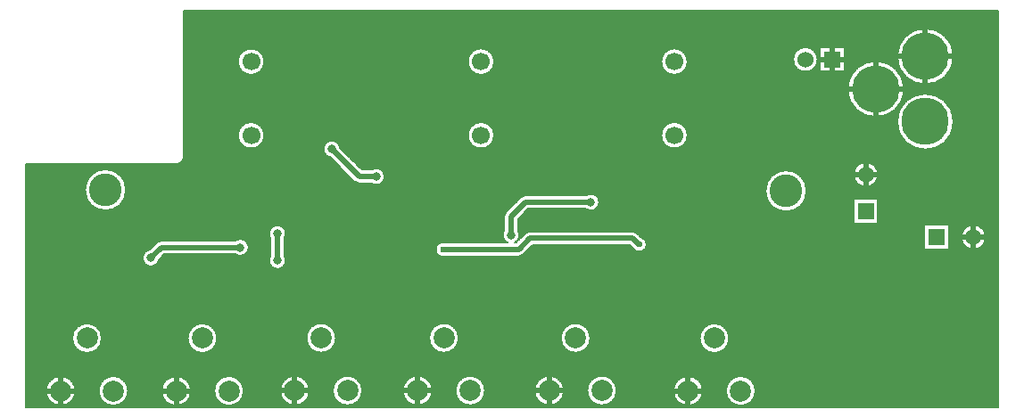
<source format=gbl>
G04 Layer_Physical_Order=2*
G04 Layer_Color=16711680*
%FSLAX24Y24*%
%MOIN*%
G70*
G01*
G75*
%ADD10C,0.0079*%
%ADD26C,0.0197*%
%ADD30C,0.1772*%
%ADD31C,0.1220*%
%ADD32R,0.0600X0.0600*%
%ADD33C,0.0600*%
%ADD34R,0.0600X0.0600*%
%ADD35C,0.0787*%
%ADD36C,0.0669*%
%ADD37C,0.0315*%
%ADD38C,0.0236*%
D10*
X55020Y43563D02*
G03*
X55020Y43563I-1043J0D01*
G01*
X53169Y42343D02*
G03*
X53169Y42343I-1043J0D01*
G01*
X55020Y41122D02*
G03*
X55020Y41122I-1043J0D01*
G01*
X52209Y39144D02*
G03*
X52209Y39144I-457J0D01*
G01*
X49950Y43445D02*
G03*
X49950Y43445I-457J0D01*
G01*
X45089Y43366D02*
G03*
X45089Y43366I-492J0D01*
G01*
D02*
G03*
X45089Y43366I-492J0D01*
G01*
Y40610D02*
G03*
X45089Y40610I-492J0D01*
G01*
D02*
G03*
X45089Y40610I-492J0D01*
G01*
X49540Y38530D02*
G03*
X49540Y38530I-768J0D01*
G01*
D02*
G03*
X49540Y38530I-768J0D01*
G01*
X41791Y38110D02*
G03*
X41293Y38366I-315J0D01*
G01*
X39035D02*
G03*
X38854Y38291I0J-256D01*
G01*
X39035Y38366D02*
G03*
X38854Y38291I0J-256D01*
G01*
X41293Y37854D02*
G03*
X41791Y38110I184J256D01*
G01*
X38313Y37750D02*
G03*
X38238Y37569I181J-181D01*
G01*
X38313Y37750D02*
G03*
X38238Y37569I181J-181D01*
G01*
X56235Y36801D02*
G03*
X56235Y36801I-457J0D01*
G01*
X46644Y33022D02*
G03*
X46644Y33022I-551J0D01*
G01*
X47628Y31053D02*
G03*
X47628Y31053I-551J0D01*
G01*
X45659D02*
G03*
X45659Y31053I-551J0D01*
G01*
X43563Y36526D02*
G03*
X43365Y36790I-276J0D01*
G01*
X43212Y36943D02*
G03*
X43032Y37018I-181J-181D01*
G01*
X43213Y36943D02*
G03*
X43032Y37018I-181J-181D01*
G01*
X43057Y36374D02*
G03*
X43563Y36526I230J151D01*
G01*
X39203Y37018D02*
G03*
X39022Y36943I0J-256D01*
G01*
X39203Y37018D02*
G03*
X39022Y36943I0J-256D01*
G01*
X38809Y36880D02*
G03*
X38750Y37064I-315J0D01*
G01*
X38627Y36594D02*
G03*
X38809Y36880I-133J285D01*
G01*
X38238Y37064D02*
G03*
X38361Y36594I256J-184D01*
G01*
X42441Y31063D02*
G03*
X42441Y31063I-551J0D01*
G01*
X41457Y33031D02*
G03*
X41457Y33031I-551J0D01*
G01*
X40472Y31063D02*
G03*
X40472Y31063I-551J0D01*
G01*
X38780Y36083D02*
G03*
X38961Y36158I0J256D01*
G01*
X38780Y36083D02*
G03*
X38960Y36158I0J256D01*
G01*
X37864Y43366D02*
G03*
X37864Y43366I-492J0D01*
G01*
D02*
G03*
X37864Y43366I-492J0D01*
G01*
Y40610D02*
G03*
X37864Y40610I-492J0D01*
G01*
D02*
G03*
X37864Y40610I-492J0D01*
G01*
X32102Y40150D02*
G03*
X31740Y39788I-311J-51D01*
G01*
X33271Y38809D02*
G03*
X33770Y39065I184J256D01*
G01*
D02*
G03*
X33271Y39321I-315J0D01*
G01*
X32644Y38884D02*
G03*
X32825Y38809I181J181D01*
G01*
X32644Y38884D02*
G03*
X32825Y38809I181J181D01*
G01*
X36057Y36594D02*
G03*
X36057Y36083I-102J-256D01*
G01*
X29272Y43366D02*
G03*
X29272Y43366I-492J0D01*
G01*
D02*
G03*
X29272Y43366I-492J0D01*
G01*
Y40610D02*
G03*
X29272Y40610I-492J0D01*
G01*
D02*
G03*
X29272Y40610I-492J0D01*
G01*
X26056Y39553D02*
G03*
X26252Y39750I0J197D01*
G01*
X26056Y39553D02*
G03*
X26252Y39750I0J197D01*
G01*
X30079Y36929D02*
G03*
X29508Y36746I-315J0D01*
G01*
X30020D02*
G03*
X30079Y36929I-256J184D01*
G01*
X28691Y36417D02*
G03*
X28192Y36673I-315J0D01*
G01*
X25433D02*
G03*
X25252Y36598I0J-256D01*
G01*
X25433Y36673D02*
G03*
X25252Y36598I0J-256D01*
G01*
X30079Y35925D02*
G03*
X30020Y36109I-315J0D01*
G01*
X29508D02*
G03*
X30079Y35925I256J-184D01*
G01*
X28192Y36161D02*
G03*
X28691Y36417I184J256D01*
G01*
X24988Y36334D02*
G03*
X25350Y35972I51J-311D01*
G01*
X24107Y38569D02*
G03*
X24107Y38569I-768J0D01*
G01*
D02*
G03*
X24107Y38569I-768J0D01*
G01*
X36535Y33031D02*
G03*
X36535Y33031I-551J0D01*
G01*
X31949Y33031D02*
G03*
X31949Y33031I-551J0D01*
G01*
X37520Y31063D02*
G03*
X37520Y31063I-551J0D01*
G01*
X35551D02*
G03*
X35551Y31063I-551J0D01*
G01*
X32933Y31063D02*
G03*
X32933Y31063I-551J0D01*
G01*
X30965D02*
G03*
X30965Y31063I-551J0D01*
G01*
X27510Y33022D02*
G03*
X27510Y33022I-551J0D01*
G01*
X23199D02*
G03*
X23199Y33022I-551J0D01*
G01*
X28504Y31053D02*
G03*
X28504Y31053I-551J0D01*
G01*
X26535D02*
G03*
X26535Y31053I-551J0D01*
G01*
X24183D02*
G03*
X24183Y31053I-551J0D01*
G01*
X22215D02*
G03*
X22215Y31053I-551J0D01*
G01*
X54823Y44173D02*
X56703D01*
X54862Y44114D02*
X56703D01*
X54777Y44232D02*
X56703D01*
X54926Y43996D02*
X56703D01*
X54950Y43937D02*
X56703D01*
X54896Y44055D02*
X56703D01*
X54374Y44527D02*
X56703D01*
X54495Y44468D02*
X56703D01*
X54179Y44587D02*
X56703D01*
X54661Y44350D02*
X56703D01*
X54723Y44291D02*
X56703D01*
X54586Y44409D02*
X56703D01*
X55011Y43701D02*
X56703D01*
X55017Y43642D02*
X56703D01*
X55001Y43760D02*
X56703D01*
X55015Y43464D02*
X56703D01*
X55008Y43405D02*
X56703D01*
X55019Y43524D02*
X56703D01*
X54988Y43819D02*
X56703D01*
X54997Y43346D02*
X56703D01*
X54971Y43878D02*
X56703D01*
X54965Y43228D02*
X56703D01*
X54983Y43287D02*
X56703D01*
X54744Y44270D02*
Y45262D01*
X54803Y44199D02*
Y45262D01*
X54685Y44329D02*
Y45262D01*
X54921Y44006D02*
Y45262D01*
X54980Y43847D02*
Y45262D01*
X54862Y44114D02*
Y45262D01*
X54449Y44493D02*
Y45262D01*
X54508Y44461D02*
Y45262D01*
X53917Y44605D02*
Y45262D01*
X54626Y44379D02*
Y45262D01*
X54567Y44423D02*
Y45262D01*
X54212Y44579D02*
Y45262D01*
X54272Y44564D02*
Y45262D01*
X54153Y44591D02*
Y45262D01*
X54390Y44521D02*
Y45262D01*
X55019Y43583D02*
X56703D01*
X54331Y44544D02*
Y45262D01*
X54035Y44605D02*
Y45262D01*
X54094Y44600D02*
Y45262D01*
X53976Y44606D02*
Y45262D01*
X55925Y37234D02*
Y45262D01*
X55984Y37209D02*
Y45262D01*
X55866Y37250D02*
Y45262D01*
X56102Y37123D02*
Y45262D01*
X56161Y37050D02*
Y45262D01*
X56043Y37174D02*
Y45262D01*
X55748Y37258D02*
Y45262D01*
X55807Y37258D02*
Y45262D01*
X55689Y37250D02*
Y45262D01*
X55630Y37234D02*
Y45262D01*
X55571Y37209D02*
Y45262D01*
X54916Y43110D02*
X56703D01*
X54885Y43051D02*
X56703D01*
X54943Y43169D02*
X56703D01*
X54808Y42933D02*
X56703D01*
X54760Y42874D02*
X56703D01*
X54850Y42992D02*
X56703D01*
X54637Y42756D02*
X56703D01*
X54558Y42697D02*
X56703D01*
X54704Y42815D02*
X56703D01*
X54322Y42579D02*
X56703D01*
X54458Y42638D02*
X56703D01*
X54980Y41406D02*
Y43279D01*
X54921Y41565D02*
Y43120D01*
X54862Y41673D02*
Y43012D01*
X55453Y37123D02*
Y45262D01*
X55512Y37173D02*
Y45262D01*
X55394Y37050D02*
Y45262D01*
X54685Y41888D02*
Y42797D01*
X54626Y41939D02*
Y42747D01*
X54803Y41759D02*
Y42927D01*
X54744Y41829D02*
Y42856D01*
X54390Y42080D02*
Y42605D01*
X54331Y42103D02*
Y42582D01*
X54272Y42123D02*
Y42562D01*
X54567Y41982D02*
Y42703D01*
X54508Y42020D02*
Y42665D01*
X54449Y42052D02*
Y42633D01*
X54094Y42159D02*
Y42526D01*
X54035Y42164D02*
Y42521D01*
X53976Y42165D02*
Y42520D01*
X54212Y42138D02*
Y42547D01*
X54153Y42150D02*
Y42535D01*
X53799Y44591D02*
Y45262D01*
X53858Y44600D02*
Y45262D01*
X53740Y44579D02*
Y45262D01*
X53622Y44544D02*
Y45262D01*
X53681Y44564D02*
Y45262D01*
X53563Y44521D02*
Y45262D01*
X53445Y44461D02*
Y45262D01*
X53504Y44493D02*
Y45262D01*
X53386Y44423D02*
Y45262D01*
X53268Y44329D02*
Y45262D01*
X53327Y44379D02*
Y45262D01*
X53031Y44005D02*
Y45262D01*
X53149Y44199D02*
Y45262D01*
X53209Y44269D02*
Y45262D01*
X53090Y44114D02*
Y45262D01*
X52972Y43847D02*
Y45262D01*
X52569Y43287D02*
X52970D01*
X50950Y43878D02*
X52982D01*
X50950Y43819D02*
X52965D01*
X50950Y43760D02*
X52952D01*
X52410Y43346D02*
X52956D01*
X50950Y43405D02*
X52945D01*
X52323Y43367D02*
Y45262D01*
X52382Y43354D02*
Y45262D01*
X52264Y43377D02*
Y45262D01*
X52500Y43317D02*
Y45262D01*
X52559Y43292D02*
Y45262D01*
X52441Y43337D02*
Y45262D01*
X52146Y43386D02*
Y45262D01*
X52205Y43383D02*
Y45262D01*
X52087Y43385D02*
Y45262D01*
X51850Y43349D02*
Y45262D01*
X51791Y43331D02*
Y45262D01*
X50950Y43701D02*
X52942D01*
X50950Y43642D02*
X52936D01*
X52027Y43381D02*
Y45262D01*
X51909Y43363D02*
Y45262D01*
X51968Y43374D02*
Y45262D01*
X51732Y43309D02*
Y45262D01*
X50950Y43524D02*
X52934D01*
X50950Y43464D02*
X52938D01*
X50950Y43583D02*
X52933D01*
X50950Y43346D02*
X51842D01*
X50950Y43287D02*
X51683D01*
X53445Y42020D02*
Y42665D01*
X53127Y42638D02*
X53494D01*
X53386Y41982D02*
Y42703D01*
X53268Y41888D02*
Y42797D01*
X53327Y41938D02*
Y42747D01*
X53209Y41828D02*
Y42857D01*
X53056Y42815D02*
X53249D01*
X53084Y42756D02*
X53315D01*
X53024Y42874D02*
X53193D01*
X53107Y42697D02*
X53395D01*
X53858Y42159D02*
Y42526D01*
X53917Y42164D02*
Y42521D01*
X53799Y42150D02*
Y42535D01*
X53681Y42123D02*
Y42562D01*
X53740Y42138D02*
Y42547D01*
X53622Y42103D02*
Y42582D01*
X53154Y42520D02*
X56703D01*
X53163Y42461D02*
X56703D01*
X53142Y42579D02*
X53631D01*
X53563Y42080D02*
Y42605D01*
X53504Y42052D02*
Y42633D01*
X52736Y43189D02*
Y45262D01*
X52795Y43143D02*
Y45262D01*
X52677Y43228D02*
Y45262D01*
X52913Y43027D02*
Y45262D01*
X52972Y42953D02*
Y43279D01*
X52854Y43090D02*
Y45262D01*
X51673Y43282D02*
Y45262D01*
X52618Y43263D02*
Y45262D01*
X51614Y43252D02*
Y45262D01*
X52942Y42992D02*
X53103D01*
X52986Y42933D02*
X53145D01*
X52892Y43051D02*
X53067D01*
X53090Y42740D02*
Y43012D01*
X53149Y42545D02*
Y42927D01*
X53031Y42861D02*
Y43121D01*
X52677Y43228D02*
X52988D01*
X52762Y43169D02*
X53010D01*
X50950Y43228D02*
X51575D01*
X52833Y43110D02*
X53036D01*
X54558Y41988D02*
X56703D01*
X54638Y41929D02*
X56703D01*
X54459Y42047D02*
X56703D01*
X54760Y41811D02*
X56703D01*
X54808Y41752D02*
X56703D01*
X54704Y41870D02*
X56703D01*
X53169Y42342D02*
X56703D01*
X53168Y42283D02*
X56703D01*
X53168Y42401D02*
X56703D01*
X53990Y42165D02*
X56703D01*
X54323Y42106D02*
X56703D01*
X53163Y42224D02*
X56703D01*
X55015Y41220D02*
X56703D01*
X55019Y41161D02*
X56703D01*
X55008Y41279D02*
X56703D01*
X55011Y40984D02*
X56703D01*
X55001Y40925D02*
X56703D01*
X55019Y41102D02*
X56703D01*
X54886Y41634D02*
X56703D01*
X54916Y41575D02*
X56703D01*
X54850Y41693D02*
X56703D01*
X54997Y41339D02*
X56703D01*
X54983Y41398D02*
X56703D01*
X53154Y42165D02*
X53963D01*
X53142Y42106D02*
X53630D01*
X53127Y42047D02*
X53494D01*
X53149Y41758D02*
Y42140D01*
X53107Y41988D02*
X53395D01*
X53090Y41673D02*
Y41945D01*
X53084Y41929D02*
X53315D01*
X53056Y41870D02*
X53249D01*
X53024Y41811D02*
X53193D01*
X52986Y41752D02*
X53145D01*
X53031Y41564D02*
Y41824D01*
X52942Y41693D02*
X53103D01*
X54943Y41516D02*
X56703D01*
X52892Y41634D02*
X53067D01*
X54965Y41457D02*
X56703D01*
X55017Y41043D02*
X56703D01*
X52972Y41406D02*
Y41732D01*
X52832Y41575D02*
X53036D01*
X52762Y41516D02*
X53010D01*
X52677Y41457D02*
X52988D01*
X52568Y41398D02*
X52970D01*
X52410Y41339D02*
X52956D01*
X54971Y40807D02*
X56703D01*
X54950Y40748D02*
X56703D01*
X54988Y40866D02*
X56703D01*
X54896Y40630D02*
X56703D01*
X54862Y40571D02*
X56703D01*
X54926Y40689D02*
X56703D01*
X54777Y40453D02*
X56703D01*
X54723Y40394D02*
X56703D01*
X54823Y40512D02*
X56703D01*
X54586Y40276D02*
X56703D01*
X54661Y40335D02*
X56703D01*
X54374Y40157D02*
X56703D01*
X55993Y37205D02*
X56703D01*
X54494Y40216D02*
X56703D01*
X56135Y37087D02*
X56703D01*
X56175Y37027D02*
X56703D01*
X56079Y37146D02*
X56703D01*
X52209Y38209D02*
X56703D01*
X52209Y38090D02*
X56703D01*
X54178Y40098D02*
X56703D01*
X52209Y37382D02*
X56703D01*
X52209Y37913D02*
X56703D01*
X54626Y37259D02*
Y40306D01*
X54567Y37259D02*
Y40262D01*
X54508Y37259D02*
Y40224D01*
X54803Y37259D02*
Y40486D01*
X54744Y37259D02*
Y40415D01*
X54685Y37259D02*
Y40356D01*
X54331Y37259D02*
Y40141D01*
X54272Y37259D02*
Y40121D01*
X54449Y37259D02*
Y40192D01*
X54390Y37259D02*
Y40164D01*
X54212Y37259D02*
Y40106D01*
X54857Y37205D02*
X55562D01*
X54153Y37259D02*
Y40094D01*
X54857Y37146D02*
X55476D01*
X54857Y37087D02*
X55420D01*
X54857Y37027D02*
X55380D01*
X53976Y37259D02*
Y40079D01*
X53942Y37259D02*
X54857D01*
X52209Y37308D02*
Y38223D01*
X54094Y37259D02*
Y40085D01*
X54035Y37259D02*
Y40080D01*
X45088Y40630D02*
X53056D01*
X45082Y40689D02*
X53027D01*
X45079Y40512D02*
X53130D01*
X45063Y40453D02*
X53176D01*
X45087Y40571D02*
X53091D01*
X45004Y40335D02*
X53292D01*
X44957Y40276D02*
X53367D01*
X45038Y40394D02*
X53229D01*
X44789Y40157D02*
X53579D01*
X44892Y40216D02*
X53458D01*
X52204Y39213D02*
X56703D01*
X52209Y39153D02*
X56703D01*
X52191Y39272D02*
X56703D01*
X52196Y39035D02*
X56703D01*
X52178Y38976D02*
X56703D01*
X52207Y39094D02*
X56703D01*
X52029Y39508D02*
X56703D01*
X52093Y39449D02*
X56703D01*
X51926Y39567D02*
X56703D01*
X52170Y39331D02*
X56703D01*
X52138Y39390D02*
X56703D01*
X51909Y39573D02*
Y41322D01*
X51968Y39547D02*
Y41311D01*
X51850Y39590D02*
Y41336D01*
X52205Y39210D02*
Y41302D01*
X52087Y39456D02*
Y41300D01*
X52027Y39509D02*
Y41304D01*
X51791Y39599D02*
Y41354D01*
X51732Y39601D02*
Y41376D01*
X51673Y39594D02*
Y41403D01*
X51614Y39580D02*
Y41433D01*
X45048Y40807D02*
X52982D01*
X45069Y40748D02*
X53002D01*
X52146Y39377D02*
Y41299D01*
X44830Y41043D02*
X52936D01*
X44916Y40984D02*
X52942D01*
X44605Y41102D02*
X52933D01*
X45017Y40866D02*
X52965D01*
X44975Y40925D02*
X52952D01*
X52109Y38858D02*
X56703D01*
X52053Y38799D02*
X56703D01*
X52149Y38917D02*
X56703D01*
X49539Y38563D02*
X56703D01*
X49539Y38504D02*
X56703D01*
X51967Y38740D02*
X56703D01*
X49534Y38622D02*
X56703D01*
X49535Y38445D02*
X56703D01*
X49525Y38681D02*
X56703D01*
X49512Y38327D02*
X56703D01*
X49526Y38386D02*
X56703D01*
X52209Y38031D02*
X56703D01*
X52209Y37972D02*
X56703D01*
X52209Y38150D02*
X56703D01*
X52209Y37795D02*
X56703D01*
X52209Y37441D02*
X56703D01*
X52209Y37854D02*
X56703D01*
X52209Y37559D02*
X56703D01*
X52209Y37500D02*
X56703D01*
X49494Y38268D02*
X56703D01*
X38750Y37264D02*
X56703D01*
X52209Y37323D02*
X56703D01*
X52027Y38223D02*
Y38778D01*
X51968Y38223D02*
Y38741D01*
X51909Y38223D02*
Y38714D01*
X52205Y38223D02*
Y39077D01*
X52146Y38223D02*
Y38911D01*
X52087Y38223D02*
Y38832D01*
X51850Y38223D02*
Y38697D01*
X51673Y38223D02*
Y38693D01*
X51614Y38223D02*
Y38707D01*
X51791Y38223D02*
Y38688D01*
X51294Y38223D02*
X52209D01*
X51732D02*
Y38687D01*
X52209Y37677D02*
X56703D01*
X52209Y37618D02*
X56703D01*
X52209Y37736D02*
X56703D01*
X38750Y37205D02*
X53942D01*
X38750Y37146D02*
X53942D01*
X51294Y37308D02*
X52209D01*
X38772Y37027D02*
X53942D01*
X38750Y37087D02*
X53942D01*
X50669Y43902D02*
Y45262D01*
X50728Y43902D02*
Y45262D01*
X50610Y43902D02*
Y45262D01*
X50846Y43902D02*
Y45262D01*
X50905Y43902D02*
Y45262D01*
X50787Y43902D02*
Y45262D01*
X50492Y43902D02*
Y45262D01*
X50551Y43902D02*
Y45262D01*
X50433Y43902D02*
Y45262D01*
X50315Y43902D02*
Y45262D01*
X50374Y43902D02*
Y45262D01*
X49665Y43868D02*
Y45262D01*
X50197Y43902D02*
Y45262D01*
X50256Y43902D02*
Y45262D01*
X50138Y43902D02*
Y45262D01*
X50079Y43902D02*
Y45262D01*
X50035Y43902D02*
X50950D01*
X49842Y43739D02*
Y45262D01*
X49640Y43878D02*
X50035D01*
X49756Y43819D02*
X50035D01*
X49724Y43839D02*
Y45262D01*
X49824Y43760D02*
X50035D01*
X49783Y43798D02*
Y45262D01*
X49488Y43902D02*
Y45262D01*
X49547Y43899D02*
Y45262D01*
X49429Y43898D02*
Y45262D01*
X49370Y43886D02*
Y45262D01*
X49606Y43888D02*
Y45262D01*
X49311Y43865D02*
Y45262D01*
X49193Y43791D02*
Y45262D01*
X49252Y43834D02*
Y45262D01*
X44468Y43841D02*
Y45262D01*
X49134Y43729D02*
Y45262D01*
X44882Y43767D02*
Y45262D01*
X44705Y43846D02*
Y45262D01*
X44764Y43829D02*
Y45262D01*
X44646Y43856D02*
Y45262D01*
X44790Y43819D02*
X49229D01*
X44892Y43760D02*
X49160D01*
X44823Y43803D02*
Y45262D01*
X44527Y43853D02*
Y45262D01*
X44587Y43858D02*
Y45262D01*
X44409Y43821D02*
Y45262D01*
X44350Y43792D02*
Y45262D01*
X44291Y43752D02*
Y45262D01*
X51437Y43126D02*
Y45262D01*
X51496Y43174D02*
Y45262D01*
X51378Y43070D02*
Y45262D01*
X51260Y42924D02*
Y45262D01*
X51319Y43004D02*
Y45262D01*
X51201Y42825D02*
Y45262D01*
X49901Y43649D02*
Y45262D01*
X51142Y42688D02*
Y45262D01*
X48898Y39287D02*
Y45262D01*
X49016Y39258D02*
Y45262D01*
X48957Y39275D02*
Y45262D01*
X49905Y43642D02*
X50035D01*
X49871Y43701D02*
X50035D01*
X51555Y43216D02*
Y45262D01*
X50950Y42987D02*
Y43902D01*
X50035Y42987D02*
Y43902D01*
X44957Y43701D02*
X49113D01*
X45004Y43642D02*
X49079D01*
X49075Y43632D02*
Y45262D01*
X45038Y43583D02*
X49056D01*
X48779Y39297D02*
Y45262D01*
X48838Y39294D02*
Y45262D01*
X48720Y39295D02*
Y45262D01*
X48602Y39278D02*
Y45262D01*
X48661Y39289D02*
Y45262D01*
X48543Y39262D02*
Y45262D01*
X48425Y39214D02*
Y45262D01*
X48484Y39241D02*
Y45262D01*
X48366Y39181D02*
Y45262D01*
X48307Y39140D02*
Y45262D01*
X48248Y39090D02*
Y45262D01*
X45059Y43534D02*
Y45262D01*
X48189Y39029D02*
Y45262D01*
X45000Y43648D02*
Y45262D01*
X48071Y38842D02*
Y45262D01*
X48130Y38950D02*
Y45262D01*
X48012Y38636D02*
Y45262D01*
X44232Y43697D02*
Y45262D01*
X44941Y43718D02*
Y45262D01*
X44173Y43617D02*
Y45262D01*
X44114Y43464D02*
Y45262D01*
X41457Y38425D02*
Y45262D01*
X41516Y38423D02*
Y45262D01*
X41398Y38415D02*
Y45262D01*
X41575Y38409D02*
Y45262D01*
X41634Y38383D02*
Y45262D01*
X41339Y38393D02*
Y45262D01*
X40866Y38366D02*
Y45262D01*
X41161Y38366D02*
Y45262D01*
X40807Y38366D02*
Y45262D01*
X41279Y38366D02*
Y45262D01*
X41220Y38366D02*
Y45262D01*
X41102Y38366D02*
Y45262D01*
X41043Y38366D02*
Y45262D01*
X40925Y38366D02*
Y45262D01*
X40984Y38366D02*
Y45262D01*
X40748Y38366D02*
Y45262D01*
X37565Y43819D02*
X44403D01*
X37667Y43760D02*
X44301D01*
X37733Y43701D02*
X44236D01*
X37780Y43642D02*
X44189D01*
X40689Y38366D02*
Y45262D01*
X37854Y43464D02*
Y45262D01*
X39272Y38366D02*
Y45262D01*
X37795Y43617D02*
Y45262D01*
X39449Y38366D02*
Y45262D01*
X39980Y38366D02*
Y45262D01*
X39331Y38366D02*
Y45262D01*
X37559Y43821D02*
Y45262D01*
X37618Y43792D02*
Y45262D01*
X37500Y43841D02*
Y45262D01*
X37736Y43697D02*
Y45262D01*
X37677Y43752D02*
Y45262D01*
X40394Y38366D02*
Y45262D01*
X40453Y38366D02*
Y45262D01*
X40335Y38366D02*
Y45262D01*
X40571Y38366D02*
Y45262D01*
X40630Y38366D02*
Y45262D01*
X40512Y38366D02*
Y45262D01*
X40098Y38366D02*
Y45262D01*
X40157Y38366D02*
Y45262D01*
X40039Y38366D02*
Y45262D01*
X40276Y38366D02*
Y45262D01*
X40216Y38366D02*
Y45262D01*
X41811Y37018D02*
Y45262D01*
X41870Y37018D02*
Y45262D01*
X41752Y38263D02*
Y45262D01*
X41988Y37018D02*
Y45262D01*
X42047Y37018D02*
Y45262D01*
X41929Y37018D02*
Y45262D01*
X39803Y38366D02*
Y45262D01*
X39862Y38366D02*
Y45262D01*
X39744Y38366D02*
Y45262D01*
X41693Y38339D02*
Y45262D01*
X39921Y38366D02*
Y45262D01*
X42461Y37018D02*
Y45262D01*
X42520Y37018D02*
Y45262D01*
X42401Y37018D02*
Y45262D01*
X42874Y37018D02*
Y45262D01*
X42933Y37018D02*
Y45262D01*
X42579Y37018D02*
Y45262D01*
X42165Y37018D02*
Y45262D01*
X42224Y37018D02*
Y45262D01*
X42106Y37018D02*
Y45262D01*
X42342Y37018D02*
Y45262D01*
X42283Y37018D02*
Y45262D01*
X38799Y38236D02*
Y45262D01*
X38858Y38295D02*
Y45262D01*
X38740Y38177D02*
Y45262D01*
X38622Y38059D02*
Y45262D01*
X38681Y38118D02*
Y45262D01*
X38563Y38000D02*
Y45262D01*
X38445Y37882D02*
Y45262D01*
X38504Y37941D02*
Y45262D01*
X38386Y37822D02*
Y45262D01*
X38327Y37763D02*
Y45262D01*
X38268Y37688D02*
Y45262D01*
X39390Y38366D02*
Y45262D01*
X39508Y38366D02*
Y45262D01*
X39213Y38366D02*
Y45262D01*
X39626Y38366D02*
Y45262D01*
X39685Y38366D02*
Y45262D01*
X39567Y38366D02*
Y45262D01*
X39094Y38366D02*
Y45262D01*
X39153Y38366D02*
Y45262D01*
X39035Y38366D02*
Y45262D01*
X38976Y38359D02*
Y45262D01*
X38917Y38337D02*
Y45262D01*
X49948Y43405D02*
X50035D01*
X49949Y43464D02*
X50035D01*
X50950Y43169D02*
X51490D01*
X49943Y43524D02*
X50035D01*
X49939Y43346D02*
X50035D01*
X49928Y43583D02*
X50035D01*
X49895Y43228D02*
X50035D01*
X49857Y43169D02*
X50035D01*
X49922Y43287D02*
X50035D01*
X50950Y43110D02*
X51419D01*
X50950Y43051D02*
X51360D01*
X49804Y43110D02*
X50035D01*
X50950Y42992D02*
X51310D01*
X50035Y42987D02*
X50950D01*
X49725Y43051D02*
X50035D01*
X44975D02*
X49259D01*
X49557Y42992D02*
X50035D01*
X45017Y43110D02*
X49180D01*
X44830Y42933D02*
X51266D01*
X44916Y42992D02*
X49427D01*
X45063Y43524D02*
X49041D01*
X45087Y43405D02*
X49036D01*
X45079Y43464D02*
X49035D01*
X45082Y43287D02*
X49063D01*
X45069Y43228D02*
X49089D01*
X45088Y43346D02*
X49045D01*
X45047Y43169D02*
X49127D01*
X44941Y40962D02*
Y43015D01*
X44232Y40941D02*
Y43035D01*
X45000Y40892D02*
Y43084D01*
X44173Y40861D02*
Y43115D01*
X44705Y41090D02*
Y42886D01*
X44646Y41100D02*
Y42876D01*
X44587Y41102D02*
Y42874D01*
X44882Y41011D02*
Y42965D01*
X44823Y41047D02*
Y42929D01*
X44764Y41073D02*
Y42903D01*
X44468Y41085D02*
Y42891D01*
X44527Y41097D02*
Y42879D01*
X44409Y41065D02*
Y42911D01*
X44350Y41036D02*
Y42940D01*
X44291Y40996D02*
Y42980D01*
X51496Y39523D02*
Y41511D01*
X51555Y39557D02*
Y41469D01*
X51437Y39475D02*
Y41559D01*
X51319Y39291D02*
Y41682D01*
X51378Y39407D02*
Y41615D01*
X51319Y38223D02*
Y38997D01*
X48969Y39272D02*
X51313D01*
X49123Y39213D02*
X51300D01*
X49219Y39153D02*
X51295D01*
X49350Y39035D02*
X51308D01*
X49292Y39094D02*
X51297D01*
X49510Y38740D02*
X51537D01*
X51555Y38223D02*
Y38731D01*
X51496Y38223D02*
Y38765D01*
X51378Y38223D02*
Y38880D01*
X51437Y38223D02*
Y38812D01*
X51294Y37308D02*
Y38223D01*
X49435Y38917D02*
X51354D01*
X49466Y38858D02*
X51395D01*
X49396Y38976D02*
X51326D01*
X49491Y38799D02*
X51451D01*
X49469Y38209D02*
X51294D01*
X49252Y39129D02*
Y43056D01*
X49311Y39076D02*
Y43025D01*
X49193Y39172D02*
Y43099D01*
X49429Y38927D02*
Y42992D01*
X49488Y38806D02*
Y42987D01*
X49370Y39011D02*
Y43004D01*
X45059Y40778D02*
Y43198D01*
X44114Y40708D02*
Y43269D01*
X49134Y39207D02*
Y43161D01*
X49075Y39235D02*
Y43258D01*
X49402Y38090D02*
X51294D01*
X49356Y38031D02*
X51294D01*
X49439Y38150D02*
X51294D01*
X49230Y37913D02*
X51294D01*
X49137Y37854D02*
X51294D01*
X49300Y37972D02*
X51294D01*
X41791Y38090D02*
X48142D01*
X48996Y37795D02*
X51294D01*
X37814Y43583D02*
X44154D01*
X37792Y43110D02*
X44176D01*
X37823Y43169D02*
X44145D01*
X37750Y40925D02*
X44218D01*
X37792Y40866D02*
X44176D01*
X37823Y40807D02*
X44145D01*
X37692Y42992D02*
X44277D01*
X37606Y42933D02*
X44363D01*
X37750Y43051D02*
X44218D01*
X37606Y41043D02*
X44363D01*
X37692Y40984D02*
X44277D01*
X41629Y38386D02*
X48018D01*
X41705Y38327D02*
X48032D01*
X37838Y40453D02*
X44130D01*
X41776Y38209D02*
X48075D01*
X41789Y38150D02*
X48105D01*
X41749Y38268D02*
X48050D01*
X37780Y40335D02*
X44189D01*
X37733Y40276D02*
X44236D01*
X37814Y40394D02*
X44155D01*
X37565Y40157D02*
X44404D01*
X37667Y40216D02*
X44301D01*
X37854Y43464D02*
X44114D01*
X37863Y43405D02*
X44106D01*
X37864Y43346D02*
X44105D01*
X37858Y43287D02*
X44111D01*
X37844Y43228D02*
X44124D01*
X37854Y40709D02*
Y43268D01*
X37838Y43524D02*
X44130D01*
X37677Y40996D02*
Y42980D01*
X37618Y41036D02*
Y42940D01*
X37795Y40861D02*
Y43115D01*
X37736Y40941D02*
Y43035D01*
X37864Y40630D02*
X44105D01*
X37863Y40571D02*
X44106D01*
X39035Y38366D02*
X41293D01*
X37559Y41065D02*
Y42911D01*
X37845Y40748D02*
X44124D01*
X37500Y41085D02*
Y42891D01*
X37854Y40512D02*
X44114D01*
X37858Y40689D02*
X44111D01*
X41760Y37972D02*
X48244D01*
X41722Y37913D02*
X48314D01*
X41781Y38031D02*
X48188D01*
X41752Y37018D02*
Y37958D01*
X41660Y37854D02*
X48407D01*
X41516Y37018D02*
Y37798D01*
X39141Y37854D02*
X41293D01*
X39141Y37854D02*
X41293D01*
X40866Y37018D02*
Y37854D01*
X40807Y37018D02*
Y37854D01*
X39023Y37736D02*
X51294D01*
X38964Y37677D02*
X51294D01*
X39082Y37795D02*
X48548D01*
X38905Y37618D02*
X51294D01*
X39203Y37018D02*
X43032D01*
X41457D02*
Y37796D01*
X38787Y37500D02*
X51294D01*
X38750Y37441D02*
X51294D01*
X38846Y37559D02*
X51294D01*
X38750Y37323D02*
X51294D01*
X38750Y37382D02*
X51294D01*
X39862Y37018D02*
Y37854D01*
X39921Y37018D02*
Y37854D01*
X39803Y37018D02*
Y37854D01*
X40039Y37018D02*
Y37854D01*
X40630Y37018D02*
Y37854D01*
X39980Y37018D02*
Y37854D01*
X39567Y37018D02*
Y37854D01*
X39626Y37018D02*
Y37854D01*
X38313Y37750D02*
X38854Y38291D01*
X39744Y37018D02*
Y37854D01*
X39685Y37018D02*
Y37854D01*
X39272Y37018D02*
Y37854D01*
X39331Y37018D02*
Y37854D01*
X39213Y37018D02*
Y37854D01*
X39449Y37018D02*
Y37854D01*
X39508Y37018D02*
Y37854D01*
X39390Y37018D02*
Y37854D01*
X38750Y37463D02*
X39141Y37854D01*
X38750Y37064D02*
Y37463D01*
X38238Y37064D02*
Y37569D01*
X56516Y30449D02*
Y45262D01*
X56575Y30449D02*
Y45262D01*
X56457Y30449D02*
Y45262D01*
X56693Y30449D02*
Y45262D01*
X56703Y30449D02*
Y45262D01*
X56634Y30449D02*
Y45262D01*
X56220Y36916D02*
Y45262D01*
X55335Y36915D02*
Y45262D01*
X56338Y30449D02*
Y45262D01*
X56398Y30449D02*
Y45262D01*
X56279Y30449D02*
Y45262D01*
X56222Y36909D02*
X56703D01*
X56232Y36850D02*
X56703D01*
X56203Y36968D02*
X56703D01*
X54857D02*
X55352D01*
X54857Y36909D02*
X55333D01*
X54857Y36850D02*
X55323D01*
X54857Y36791D02*
X55320D01*
X55039Y30449D02*
Y45262D01*
X55098Y30449D02*
Y45262D01*
X54980Y30449D02*
Y40838D01*
X55216Y30449D02*
Y45262D01*
X55275Y30449D02*
Y45262D01*
X55157Y30449D02*
Y45262D01*
X53327Y30449D02*
Y40306D01*
X53386Y30449D02*
Y40262D01*
X53268Y30449D02*
Y40356D01*
X54921Y30449D02*
Y40679D01*
X54862Y30449D02*
Y40571D01*
X53942Y36344D02*
Y37259D01*
X54857Y36344D02*
Y37259D01*
X53917Y30449D02*
Y40080D01*
X53799Y30449D02*
Y40094D01*
X53858Y30449D02*
Y40085D01*
X53740Y30449D02*
Y40106D01*
X53504Y30449D02*
Y40192D01*
X53563Y30449D02*
Y40164D01*
X53445Y30449D02*
Y40224D01*
X53681Y30449D02*
Y40121D01*
X53622Y30449D02*
Y40141D01*
X52736Y30449D02*
Y41496D01*
X52677Y30449D02*
Y41457D01*
X52618Y30449D02*
Y41423D01*
X52913Y30449D02*
Y41658D01*
X52854Y30449D02*
Y41595D01*
X52795Y30449D02*
Y41542D01*
X52441Y30449D02*
Y41348D01*
X52382Y30449D02*
Y41331D01*
X52323Y30449D02*
Y41318D01*
X52559Y30449D02*
Y41393D01*
X52500Y30449D02*
Y41369D01*
X52972Y30449D02*
Y40839D01*
X53031Y30449D02*
Y40680D01*
X52264Y30449D02*
Y41308D01*
X53149Y30449D02*
Y40486D01*
X53209Y30449D02*
Y40416D01*
X53090Y30449D02*
Y40571D01*
X52027Y30449D02*
Y37308D01*
X52087Y30449D02*
Y37308D01*
X51968Y30449D02*
Y37308D01*
X52205Y30449D02*
Y37308D01*
X52146Y30449D02*
Y37308D01*
X51024Y30449D02*
Y45262D01*
X51083Y30449D02*
Y45262D01*
X50964Y30449D02*
Y45262D01*
X51201Y30449D02*
Y41861D01*
X51260Y30449D02*
Y41761D01*
X51142Y30449D02*
Y41997D01*
X50728Y30449D02*
Y42987D01*
X50787Y30449D02*
Y42987D01*
X50669Y30449D02*
Y42987D01*
X50905Y30449D02*
Y42987D01*
X50846Y30449D02*
Y42987D01*
X51673Y30449D02*
Y37308D01*
X51732Y30449D02*
Y37308D01*
X51614Y30449D02*
Y37308D01*
X51850Y30449D02*
Y37308D01*
X51909Y30449D02*
Y37308D01*
X51791Y30449D02*
Y37308D01*
X51378Y30449D02*
Y37308D01*
X51437Y30449D02*
Y37308D01*
X51319Y30449D02*
Y37308D01*
X51555Y30449D02*
Y37308D01*
X51496Y30449D02*
Y37308D01*
X47362Y31525D02*
Y45262D01*
X47421Y31483D02*
Y45262D01*
X47303Y31556D02*
Y45262D01*
X47539Y31353D02*
Y45262D01*
X47598Y31231D02*
Y45262D01*
X47480Y31429D02*
Y45262D01*
X47126Y31602D02*
Y45262D01*
X47185Y31594D02*
Y45262D01*
X47008Y31600D02*
Y45262D01*
X46949Y31589D02*
Y45262D01*
X47244Y31578D02*
Y45262D01*
X46890Y31572D02*
Y45262D01*
X49665Y30449D02*
Y43021D01*
X49606Y30449D02*
Y43002D01*
X49547Y30449D02*
Y42991D01*
X49842Y30449D02*
Y43151D01*
X49783Y30449D02*
Y43092D01*
X49724Y30449D02*
Y43051D01*
X43246Y36909D02*
X53942D01*
X43305Y36850D02*
X53942D01*
X43182Y36968D02*
X53942D01*
X49311Y30449D02*
Y37983D01*
X47067Y31604D02*
Y45262D01*
X46122Y33572D02*
Y45262D01*
X46181Y33566D02*
Y45262D01*
X46063Y33572D02*
Y45262D01*
X45945Y33553D02*
Y45262D01*
X46004Y33566D02*
Y45262D01*
X45886Y33533D02*
Y45262D01*
X45768Y33467D02*
Y45262D01*
X45827Y33504D02*
Y45262D01*
X45709Y33417D02*
Y45262D01*
X45650Y33350D02*
Y45262D01*
X45590Y33249D02*
Y45262D01*
X46594Y33250D02*
Y45262D01*
X46831Y31546D02*
Y45262D01*
X46535Y33350D02*
Y45262D01*
X46713Y31467D02*
Y45262D01*
X46772Y31512D02*
Y45262D01*
X46653Y31406D02*
Y45262D01*
X46299Y33533D02*
Y45262D01*
X46358Y33505D02*
Y45262D01*
X46240Y33553D02*
Y45262D01*
X46476Y33417D02*
Y45262D01*
X46417Y33467D02*
Y45262D01*
X50315Y30449D02*
Y42987D01*
X50374Y30449D02*
Y42987D01*
X50256Y30449D02*
Y42987D01*
X50551Y30449D02*
Y42987D01*
X50610Y30449D02*
Y42987D01*
X50492Y30449D02*
Y42987D01*
X49961Y30449D02*
Y45262D01*
X50020Y30449D02*
Y45262D01*
X49901Y30449D02*
Y43241D01*
X50197Y30449D02*
Y42987D01*
X50138Y30449D02*
Y42987D01*
X49429Y30449D02*
Y38132D01*
X49370Y30449D02*
Y38048D01*
X49252Y30449D02*
Y37930D01*
X50079Y30449D02*
Y42987D01*
X50433Y30449D02*
Y42987D01*
X49488Y30449D02*
Y38253D01*
X49075Y30449D02*
Y37824D01*
X49016Y30449D02*
Y37801D01*
X48957Y30449D02*
Y37784D01*
X49193Y30449D02*
Y37887D01*
X49134Y30449D02*
Y37852D01*
X48012Y30449D02*
Y38423D01*
X48071Y30449D02*
Y38217D01*
X47953Y30449D02*
Y45262D01*
X48189Y30449D02*
Y38030D01*
X48248Y30449D02*
Y37969D01*
X48130Y30449D02*
Y38109D01*
X47716Y30449D02*
Y45262D01*
X47776Y30449D02*
Y45262D01*
X47657Y30449D02*
Y45262D01*
X47894Y30449D02*
Y45262D01*
X47835Y30449D02*
Y45262D01*
X48661Y30449D02*
Y37770D01*
X48720Y30449D02*
Y37764D01*
X48602Y30449D02*
Y37781D01*
X48898Y30449D02*
Y37772D01*
X48838Y30449D02*
Y37765D01*
X48779Y30449D02*
Y37762D01*
X48366Y30449D02*
Y37878D01*
X48425Y30449D02*
Y37845D01*
X48307Y30449D02*
Y37919D01*
X48543Y30449D02*
Y37797D01*
X48484Y30449D02*
Y37818D01*
X56230Y36732D02*
X56703D01*
X56217Y36673D02*
X56703D01*
X56235Y36791D02*
X56703D01*
X56163Y36555D02*
X56703D01*
X56118Y36496D02*
X56703D01*
X56195Y36614D02*
X56703D01*
X55951Y36378D02*
X56703D01*
X46618Y33189D02*
X56703D01*
X56054Y36437D02*
X56703D01*
X46642Y33071D02*
X56703D01*
X46644Y33012D02*
X56703D01*
X46633Y33130D02*
X56703D01*
X47536Y31358D02*
X56703D01*
X47602Y30886D02*
X56703D01*
X47491Y31417D02*
X56703D01*
X47548Y30768D02*
X56703D01*
X47507Y30709D02*
X56703D01*
X47579Y30827D02*
X56703D01*
X46629Y32894D02*
X56703D01*
X47181Y31594D02*
X56703D01*
X46639Y32953D02*
X56703D01*
X47430Y31476D02*
X56703D01*
X47344Y31535D02*
X56703D01*
X54857Y36673D02*
X55338D01*
X54857Y36614D02*
X55360D01*
X55335Y30449D02*
Y36687D01*
X56161Y30449D02*
Y36552D01*
X55984Y30449D02*
Y36393D01*
X55394Y30449D02*
Y36552D01*
X54857Y36555D02*
X55392D01*
X54857Y36496D02*
X55437D01*
X54857Y36732D02*
X55325D01*
X54857Y36378D02*
X55604D01*
X54857Y36437D02*
X55501D01*
X47613Y31181D02*
X56703D01*
X47624Y31122D02*
X56703D01*
X53942Y36344D02*
X54857D01*
X47626Y31004D02*
X56703D01*
X47617Y30945D02*
X56703D01*
X47628Y31063D02*
X56703D01*
X47595Y31240D02*
X56703D01*
X47452Y30650D02*
X56703D01*
X47570Y31299D02*
X56703D01*
X47255Y30531D02*
X56703D01*
X47376Y30590D02*
X56703D01*
X55925Y30449D02*
Y36368D01*
X55866Y30449D02*
Y36352D01*
X55748Y30449D02*
Y36345D01*
X56220Y30449D02*
Y36686D01*
X56102Y30449D02*
Y36479D01*
X56043Y30449D02*
Y36429D01*
X55512Y30449D02*
Y36429D01*
X55571Y30449D02*
Y36393D01*
X55453Y30449D02*
Y36479D01*
X55689Y30449D02*
Y36352D01*
X55630Y30449D02*
Y36368D01*
X54626Y30449D02*
Y36344D01*
X54685Y30449D02*
Y36344D01*
X54567Y30449D02*
Y36344D01*
X55807Y30449D02*
Y36345D01*
X54803Y30449D02*
Y36344D01*
X54744Y30449D02*
Y36344D01*
X54331Y30449D02*
Y36344D01*
X54390Y30449D02*
Y36344D01*
X54272Y30449D02*
Y36344D01*
X54508Y30449D02*
Y36344D01*
X54449Y30449D02*
Y36344D01*
X53976Y30449D02*
Y36344D01*
X54035Y30449D02*
Y36344D01*
X47598Y30449D02*
Y30875D01*
X54153Y30449D02*
Y36344D01*
X54212Y30449D02*
Y36344D01*
X54094Y30449D02*
Y36344D01*
X46713Y30449D02*
Y30640D01*
X47421Y30449D02*
Y30623D01*
X46653Y30449D02*
Y30700D01*
X47539Y30449D02*
Y30753D01*
X47480Y30449D02*
Y30678D01*
X47185Y30449D02*
Y30513D01*
X47126Y30449D02*
Y30504D01*
X47067Y30449D02*
Y30502D01*
X47362Y30449D02*
Y30582D01*
X47303Y30449D02*
Y30551D01*
X47244Y30449D02*
Y30528D01*
X46831Y30449D02*
Y30560D01*
X46890Y30449D02*
Y30535D01*
X46772Y30449D02*
Y30594D01*
X47008Y30449D02*
Y30506D01*
X46949Y30449D02*
Y30517D01*
X43520Y36673D02*
X53942D01*
X43548Y36437D02*
X53942D01*
X43470Y36732D02*
X53942D01*
X46271Y33543D02*
X56703D01*
X46392Y33484D02*
X56703D01*
X43520Y36378D02*
X53942D01*
X43470Y36319D02*
X56703D01*
X43360Y36260D02*
X56703D01*
X43364Y36791D02*
X53942D01*
X38943Y36142D02*
X56703D01*
X39004Y36201D02*
X56703D01*
X46564Y33307D02*
X56703D01*
X46595Y33248D02*
X56703D01*
X46523Y33366D02*
X56703D01*
X46586Y32776D02*
X56703D01*
X46551Y32716D02*
X56703D01*
X46611Y32835D02*
X56703D01*
X46506Y32657D02*
X56703D01*
X46446Y32598D02*
X56703D01*
X46468Y33425D02*
X56703D01*
X46196Y32480D02*
X56703D01*
X46359Y32539D02*
X56703D01*
X43561Y36555D02*
X53942D01*
X43561Y36496D02*
X53942D01*
X43548Y36614D02*
X53942D01*
X41412Y33248D02*
X45590D01*
X41434Y33189D02*
X45567D01*
X41110Y33543D02*
X45914D01*
X41220Y33484D02*
X45793D01*
X41291Y33425D02*
X45717D01*
X41344Y33366D02*
X45662D01*
X41383Y33307D02*
X45621D01*
X41448Y33130D02*
X45552D01*
X41455Y33071D02*
X45544D01*
X41456Y33012D02*
X45541D01*
X41439Y32894D02*
X45556D01*
X41420Y32835D02*
X45574D01*
X41451Y32953D02*
X45546D01*
X41358Y32716D02*
X45634D01*
X41310Y32657D02*
X45679D01*
X41394Y32776D02*
X45599D01*
X41154Y32539D02*
X45826D01*
X41246Y32598D02*
X45739D01*
X46594Y31320D02*
Y32794D01*
X45602Y31299D02*
X46584D01*
X45627Y31240D02*
X46558D01*
X45644Y31181D02*
X46541D01*
X46535Y31156D02*
Y32693D01*
X45212Y31594D02*
X46973D01*
X45375Y31535D02*
X46810D01*
X45461Y31476D02*
X46724D01*
X45522Y31417D02*
X46663D01*
X45567Y31358D02*
X46618D01*
X45649Y30945D02*
X46536D01*
X45633Y30886D02*
X46552D01*
X45655Y31122D02*
X46530D01*
X45611Y30827D02*
X46574D01*
X46594Y30449D02*
Y30786D01*
X46535Y30449D02*
Y30950D01*
X45538Y30709D02*
X46647D01*
X45484Y30650D02*
X46701D01*
X45580Y30768D02*
X46605D01*
X45286Y30531D02*
X46899D01*
X45408Y30590D02*
X46777D01*
X46299Y30449D02*
Y32511D01*
X45945Y30449D02*
Y32491D01*
X45886Y30449D02*
Y32511D01*
X46476Y30449D02*
Y32626D01*
X46417Y30449D02*
Y32576D01*
X46358Y30449D02*
Y32539D01*
X45650Y31157D02*
Y32694D01*
X45709Y30449D02*
Y32626D01*
X45590Y31320D02*
Y32794D01*
X45827Y30449D02*
Y32539D01*
X45768Y30449D02*
Y32576D01*
X46063Y30449D02*
Y32471D01*
X45659Y31063D02*
X46526D01*
X46004Y30449D02*
Y32478D01*
X46240Y30449D02*
Y32491D01*
X46181Y30449D02*
Y32478D01*
X46122Y30449D02*
Y32471D01*
X45657Y31004D02*
X46528D01*
X45650Y30449D02*
Y30949D01*
X45590Y30449D02*
Y30786D01*
X43524Y36668D02*
Y45262D01*
X45118Y31604D02*
Y45262D01*
X43464Y36737D02*
Y45262D01*
X45236Y31589D02*
Y45262D01*
X45295Y31572D02*
Y45262D01*
X45177Y31600D02*
Y45262D01*
X43110Y37005D02*
Y45262D01*
X43169Y36978D02*
Y45262D01*
X43051Y37017D02*
Y45262D01*
X43346Y36809D02*
Y45262D01*
X43405Y36775D02*
Y45262D01*
X43287Y36868D02*
Y45262D01*
X43213Y36943D02*
X43365Y36790D01*
X43228Y36927D02*
Y45262D01*
X45059Y31602D02*
Y40442D01*
X45000Y31594D02*
Y40328D01*
X44941Y31578D02*
Y40259D01*
X42992Y37018D02*
Y45262D01*
X42926Y36506D02*
X43057Y36374D01*
X42756Y37018D02*
Y45262D01*
X42815Y37018D02*
Y45262D01*
X42697Y37018D02*
Y45262D01*
X42638Y37018D02*
Y45262D01*
X41988Y31605D02*
Y36506D01*
X41693Y37018D02*
Y37881D01*
X41339Y37018D02*
Y37827D01*
X41398Y37018D02*
Y37805D01*
X41279Y37018D02*
Y37854D01*
X41634Y37018D02*
Y37837D01*
X41575Y37018D02*
Y37811D01*
X41870Y31614D02*
Y36506D01*
X41929Y31613D02*
Y36506D01*
X41811Y31609D02*
Y36506D01*
X42047Y31591D02*
Y36506D01*
X42106Y31570D02*
Y36506D01*
X41752Y31597D02*
Y36506D01*
X41339Y33373D02*
Y36506D01*
X41398Y33280D02*
Y36506D01*
X41279Y33436D02*
Y36506D01*
X41693Y31578D02*
Y36506D01*
X41457Y33041D02*
Y36506D01*
X45413Y31512D02*
Y45262D01*
X45472Y31467D02*
Y45262D01*
X45354Y31546D02*
Y45262D01*
X45531Y31406D02*
Y45262D01*
X44232Y30449D02*
Y40279D01*
X44173Y30449D02*
Y40359D01*
X43937Y30449D02*
Y45262D01*
X43996Y30449D02*
Y45262D01*
X43878Y30449D02*
Y45262D01*
X44114Y30449D02*
Y40513D01*
X44055Y30449D02*
Y45262D01*
X44882Y31556D02*
Y40209D01*
X44823Y31525D02*
Y40173D01*
X44764Y31483D02*
Y40147D01*
X44705Y31428D02*
Y40130D01*
X44646Y31353D02*
Y40121D01*
X44587Y31231D02*
Y40118D01*
X44350Y30449D02*
Y40184D01*
X44409Y30449D02*
Y40155D01*
X44291Y30449D02*
Y40224D01*
X44527Y30449D02*
Y40123D01*
X44468Y30449D02*
Y40135D01*
X43583Y30449D02*
Y45262D01*
X43642Y30449D02*
Y45262D01*
X42874Y30449D02*
Y36506D01*
X43760Y30449D02*
Y45262D01*
X43819Y30449D02*
Y45262D01*
X43701Y30449D02*
Y45262D01*
X42638Y30449D02*
Y36506D01*
X42697Y30449D02*
Y36506D01*
X42579Y30449D02*
Y36506D01*
X42815Y30449D02*
Y36506D01*
X42756Y30449D02*
Y36506D01*
X42342Y31377D02*
Y36506D01*
X42401Y31268D02*
Y36506D01*
X42283Y31449D02*
Y36506D01*
X42520Y30449D02*
Y36506D01*
X42933Y30449D02*
Y36498D01*
X42461Y30449D02*
Y36506D01*
X41634Y31551D02*
Y36506D01*
X42165Y31540D02*
Y36506D01*
X41575Y31515D02*
Y36506D01*
X42224Y31501D02*
Y36506D01*
X41516Y31468D02*
Y36506D01*
X40984Y37018D02*
Y37854D01*
X41043Y37018D02*
Y37854D01*
X40925Y37018D02*
Y37854D01*
X41161Y37018D02*
Y37854D01*
X41220Y37018D02*
Y37854D01*
X41102Y37018D02*
Y37854D01*
X40512Y37018D02*
Y37854D01*
X40571Y37018D02*
Y37854D01*
X40453Y37018D02*
Y37854D01*
X40748Y37018D02*
Y37854D01*
X40689Y37018D02*
Y37854D01*
X40157Y37018D02*
Y37854D01*
X40216Y37018D02*
Y37854D01*
X40098Y37018D02*
Y37854D01*
X40335Y37018D02*
Y37854D01*
X40394Y37018D02*
Y37854D01*
X40276Y37018D02*
Y37854D01*
X39153Y37013D02*
Y37854D01*
X39094Y36994D02*
Y37807D01*
X38796Y36968D02*
X39052D01*
X38209Y37013D02*
Y45262D01*
X39035Y36955D02*
Y37748D01*
X38150Y36594D02*
Y45262D01*
X38031Y36594D02*
Y45262D01*
X38090Y36594D02*
Y45262D01*
X37972Y36594D02*
Y45262D01*
X37618Y36594D02*
Y40184D01*
X37559Y36594D02*
Y40155D01*
X37500Y36594D02*
Y40135D01*
X37913Y36594D02*
Y45262D01*
X37854Y36594D02*
Y40512D01*
X38976Y36897D02*
Y37689D01*
X38808Y36909D02*
X38988D01*
X38799Y36958D02*
Y37512D01*
X38917Y36838D02*
Y37630D01*
X38808Y36850D02*
X38929D01*
X38858Y36779D02*
Y37571D01*
X38796Y36791D02*
X38870D01*
X38772Y36732D02*
X38811D01*
X38799Y36720D02*
Y36802D01*
X38663Y36614D02*
X38693D01*
X40571Y33469D02*
Y36506D01*
X40630Y33509D02*
Y36506D01*
X40512Y33417D02*
Y36506D01*
X40394Y33236D02*
Y36506D01*
X40453Y33346D02*
Y36506D01*
X40335Y31428D02*
Y36506D01*
X40098Y31585D02*
Y36506D01*
X40157Y31561D02*
Y36506D01*
X40039Y31601D02*
Y36506D01*
X40276Y31485D02*
Y36506D01*
X40216Y31528D02*
Y36506D01*
X40984Y33577D02*
Y36506D01*
X41043Y33565D02*
Y36506D01*
X40925Y33582D02*
Y36506D01*
X41161Y33520D02*
Y36506D01*
X41220Y33484D02*
Y36506D01*
X41102Y33546D02*
Y36506D01*
X40866Y33581D02*
Y36506D01*
X39309D02*
X42926D01*
X40807Y33574D02*
Y36506D01*
X40748Y33560D02*
Y36506D01*
X40689Y33538D02*
Y36506D01*
X38674Y36594D02*
X39022Y36943D01*
X38268Y36594D02*
Y36661D01*
X39744Y31585D02*
Y36506D01*
X39803Y31601D02*
Y36506D01*
X38627Y36594D02*
X38674D01*
X37795D02*
Y40359D01*
X37736Y36594D02*
Y40279D01*
X37677Y36594D02*
Y40224D01*
X38209Y36594D02*
Y36747D01*
X39921Y31614D02*
Y36506D01*
X39980Y31611D02*
Y36506D01*
X39862Y31611D02*
Y36506D01*
X39626Y31528D02*
Y36506D01*
X39685Y31561D02*
Y36506D01*
X39567Y31485D02*
Y36506D01*
X39449Y31347D02*
Y36506D01*
X39508Y31427D02*
Y36506D01*
X38961Y36158D02*
X39309Y36506D01*
X39390Y31209D02*
Y36506D01*
X39331Y30449D02*
Y36506D01*
X42412Y31240D02*
X44590D01*
X42428Y31181D02*
X44572D01*
X42412Y30886D02*
X44583D01*
X42036Y31594D02*
X45004D01*
X42174Y31535D02*
X44841D01*
X42254Y31476D02*
X44755D01*
X42312Y31417D02*
X44694D01*
X42355Y31358D02*
X44649D01*
X42388Y31299D02*
X44615D01*
X42388Y30827D02*
X44606D01*
X44646Y30449D02*
Y30754D01*
X44587Y30449D02*
Y30875D01*
X44764Y30449D02*
Y30623D01*
X45236Y30449D02*
Y30517D01*
X44705Y30449D02*
Y30678D01*
X42312Y30709D02*
X44678D01*
X42254Y30650D02*
X44733D01*
X42355Y30768D02*
X44637D01*
X42036Y30531D02*
X44930D01*
X42174Y30590D02*
X44809D01*
X43346Y30449D02*
Y36256D01*
X43287Y30449D02*
Y36250D01*
X43228Y30449D02*
Y36256D01*
X43524Y30449D02*
Y36384D01*
X43464Y30449D02*
Y36314D01*
X43405Y30449D02*
Y36277D01*
X42992Y30449D02*
Y36439D01*
X43051Y30449D02*
Y36380D01*
X41457Y31404D02*
Y33022D01*
X43169Y30449D02*
Y36277D01*
X43110Y30449D02*
Y36315D01*
X42438Y31122D02*
X44561D01*
X42441Y31063D02*
X44557D01*
X41398Y31311D02*
Y32783D01*
X42438Y31004D02*
X44559D01*
X42428Y30945D02*
X44568D01*
X40460Y31181D02*
X41351D01*
X40469Y31122D02*
X41342D01*
X40472Y31063D02*
X41339D01*
X40469Y31004D02*
X41342D01*
X40571Y30449D02*
Y32594D01*
X44823Y30449D02*
Y30582D01*
X45354Y30449D02*
Y30560D01*
X42401Y30449D02*
Y30858D01*
X45531Y30449D02*
Y30700D01*
X45472Y30449D02*
Y30639D01*
X45413Y30449D02*
Y30594D01*
X42224Y30449D02*
Y30625D01*
X42165Y30449D02*
Y30586D01*
X42106Y30449D02*
Y30556D01*
X42342Y30449D02*
Y30749D01*
X42283Y30449D02*
Y30677D01*
X45000Y30449D02*
Y30513D01*
X45059Y30449D02*
Y30504D01*
X44941Y30449D02*
Y30528D01*
X45295Y30449D02*
Y30535D01*
X45177Y30449D02*
Y30506D01*
X45118Y30449D02*
Y30502D01*
X41988Y30449D02*
Y30521D01*
X41929Y30449D02*
Y30513D01*
X41870Y30449D02*
Y30512D01*
X44882Y30449D02*
Y30551D01*
X42047Y30449D02*
Y30535D01*
X41161Y30449D02*
Y32543D01*
X41102Y30449D02*
Y32517D01*
X41043Y30449D02*
Y32498D01*
X41339Y30449D02*
Y32690D01*
X41279Y30449D02*
Y32627D01*
X41220Y30449D02*
Y32579D01*
X40630Y30449D02*
Y32554D01*
X40689Y30449D02*
Y32525D01*
X40512Y30449D02*
Y32646D01*
X40807Y30449D02*
Y32489D01*
X40748Y30449D02*
Y32503D01*
X41575Y30449D02*
Y30611D01*
X41634Y30449D02*
Y30575D01*
X41516Y30449D02*
Y30658D01*
X41752Y30449D02*
Y30529D01*
X41811Y30449D02*
Y30517D01*
X41693Y30449D02*
Y30548D01*
X40984Y30449D02*
Y32486D01*
X40925Y30449D02*
Y32481D01*
X40866Y30449D02*
Y32482D01*
X41457Y30449D02*
Y30722D01*
X41398Y30449D02*
Y30815D01*
X40067Y31594D02*
X41744D01*
X40205Y31535D02*
X41606D01*
X40286Y31476D02*
X41525D01*
X40344Y31417D02*
X41468D01*
X40387Y31358D02*
X41424D01*
X39240Y36437D02*
X42994D01*
X39181Y36378D02*
X43054D01*
X39299Y36496D02*
X42935D01*
X39063Y36260D02*
X43215D01*
X39122Y36319D02*
X43105D01*
X40419Y31299D02*
X41392D01*
X40443Y31240D02*
X41368D01*
X40460Y30945D02*
X41351D01*
X40419Y30827D02*
X41392D01*
X40387Y30768D02*
X41424D01*
X40443Y30886D02*
X41368D01*
X40343Y30709D02*
X41468D01*
X40286Y30650D02*
X41525D01*
X40067Y30531D02*
X41744D01*
X40205Y30590D02*
X41606D01*
X40394Y31347D02*
Y32827D01*
X40453Y31209D02*
Y32717D01*
X37490Y31240D02*
X39399D01*
X37507Y31181D02*
X39383D01*
X37500Y31209D02*
Y36083D01*
X39744Y30449D02*
Y30541D01*
X39803Y30449D02*
Y30525D01*
X39685Y30449D02*
Y30565D01*
X40276Y30449D02*
Y30641D01*
X40216Y30449D02*
Y30598D01*
X39862Y30449D02*
Y30515D01*
X37517Y31122D02*
X39373D01*
X37517Y31004D02*
X39373D01*
X37520Y31063D02*
X39370D01*
X37490Y30886D02*
X39399D01*
X37507Y30945D02*
X39383D01*
X39213Y30449D02*
Y36410D01*
X39153Y30449D02*
Y36351D01*
X39094Y30449D02*
Y36292D01*
X39390Y30449D02*
Y30917D01*
X40453Y30449D02*
Y30917D01*
X39272Y30449D02*
Y36469D01*
X38917Y30449D02*
Y36123D01*
X38858Y30449D02*
Y36095D01*
X38799Y30449D02*
Y36083D01*
X39035Y30449D02*
Y36233D01*
X38976Y30449D02*
Y36173D01*
X40098Y30449D02*
Y30541D01*
X40039Y30449D02*
Y30525D01*
X39980Y30449D02*
Y30515D01*
X40394Y30449D02*
Y30779D01*
X40335Y30449D02*
Y30698D01*
X40157Y30449D02*
Y30565D01*
X39508Y30449D02*
Y30699D01*
X39567Y30449D02*
Y30641D01*
X39449Y30449D02*
Y30779D01*
X39921Y30449D02*
Y30512D01*
X39626Y30449D02*
Y30598D01*
X38504Y30449D02*
Y36083D01*
X38563Y30449D02*
Y36083D01*
X38445Y30449D02*
Y36083D01*
X38681Y30449D02*
Y36083D01*
X38740Y30449D02*
Y36083D01*
X38622Y30449D02*
Y36083D01*
X38209Y30449D02*
Y36083D01*
X38268Y30449D02*
Y36083D01*
X38150Y30449D02*
Y36083D01*
X38386Y30449D02*
Y36083D01*
X38327Y30449D02*
Y36083D01*
X37854Y30449D02*
Y36083D01*
X37913Y30449D02*
Y36083D01*
X37795Y30449D02*
Y36083D01*
X38031Y30449D02*
Y36083D01*
X38090Y30449D02*
Y36083D01*
X37972Y30449D02*
Y36083D01*
X37559Y30449D02*
Y36083D01*
X37618Y30449D02*
Y36083D01*
X37500Y30449D02*
Y30917D01*
X37736Y30449D02*
Y36083D01*
X37677Y30449D02*
Y36083D01*
X37382Y43858D02*
Y45262D01*
X37441Y43853D02*
Y45262D01*
X37323Y43856D02*
Y45262D01*
X37205Y43829D02*
Y45262D01*
X37264Y43846D02*
Y45262D01*
X37146Y43803D02*
Y45262D01*
X37087Y43767D02*
Y45262D01*
X37027Y43718D02*
Y45262D01*
X37087Y41011D02*
Y42965D01*
X37027Y40962D02*
Y43015D01*
X37382Y41102D02*
Y42874D01*
X37381Y41102D02*
X44587D01*
X37323Y41100D02*
Y42876D01*
X37264Y41090D02*
Y42886D01*
X37441Y41098D02*
Y42879D01*
X37205Y41073D02*
Y42903D01*
X37146Y41047D02*
Y42929D01*
X32101Y40157D02*
X37179D01*
X32083Y40216D02*
X37077D01*
X36909Y43534D02*
Y45262D01*
X36968Y43648D02*
Y45262D01*
X32716Y39535D02*
Y45262D01*
X32835Y39417D02*
Y45262D01*
X33484Y39379D02*
Y45262D01*
X32776Y39476D02*
Y45262D01*
X32185Y40067D02*
Y45262D01*
X32539Y39712D02*
Y45262D01*
X32126Y40126D02*
Y45262D01*
X32657Y39594D02*
Y45262D01*
X32598Y39653D02*
Y45262D01*
X36909Y40778D02*
Y43198D01*
X36968Y40892D02*
Y43085D01*
X32303Y39949D02*
Y45262D01*
X32421Y39830D02*
Y45262D01*
X32480Y39771D02*
Y45262D01*
X32362Y39890D02*
Y45262D01*
X32000Y40335D02*
X36964D01*
X32052Y40276D02*
X37011D01*
X32008Y40327D02*
Y45262D01*
X32244Y40008D02*
Y45262D01*
X32067Y40251D02*
Y45262D01*
X36260Y36594D02*
Y45262D01*
X36319Y36594D02*
Y45262D01*
X36201Y36594D02*
Y45262D01*
X36437Y36594D02*
Y45262D01*
X36496Y36594D02*
Y45262D01*
X36378Y36594D02*
Y45262D01*
X35965Y36614D02*
Y45262D01*
X36024Y36605D02*
Y45262D01*
X35905Y36610D02*
Y45262D01*
X36142Y36594D02*
Y45262D01*
X36083Y36594D02*
Y45262D01*
X36909Y36594D02*
Y40443D01*
X36968Y36594D02*
Y40329D01*
X36850Y36594D02*
Y45262D01*
X37087Y36594D02*
Y40209D01*
X37146Y36594D02*
Y40173D01*
X37027Y36594D02*
Y40259D01*
X36614Y36594D02*
Y45262D01*
X36673Y36594D02*
Y45262D01*
X36555Y36594D02*
Y45262D01*
X36791Y36594D02*
Y45262D01*
X36732Y36594D02*
Y45262D01*
X35787Y36558D02*
Y45262D01*
X35846Y36592D02*
Y45262D01*
X35728Y36496D02*
Y45262D01*
X35610Y33436D02*
Y45262D01*
X35669Y33484D02*
Y45262D01*
X35551Y33372D02*
Y45262D01*
X33602Y39343D02*
Y45262D01*
X33661Y39303D02*
Y45262D01*
X33543Y39367D02*
Y45262D01*
X35492Y33280D02*
Y45262D01*
X33720Y39234D02*
Y45262D01*
X33366Y39367D02*
Y45262D01*
X33425Y39379D02*
Y45262D01*
X33307Y39343D02*
Y45262D01*
X33189Y39321D02*
Y45262D01*
X33248Y39321D02*
Y45262D01*
X33130Y39321D02*
Y45262D01*
X33012Y39321D02*
Y45262D01*
X33071Y39321D02*
Y45262D01*
X32894Y39358D02*
Y45262D01*
X32953Y39321D02*
Y45262D01*
X32102Y40150D02*
X32931Y39321D01*
X26252Y44882D02*
X56703D01*
X26252Y44823D02*
X56703D01*
X26252Y44941D02*
X56703D01*
X26252Y44705D02*
X56703D01*
X26252Y44646D02*
X56703D01*
X26252Y44764D02*
X56703D01*
X26252Y45236D02*
X56703D01*
X26252Y45177D02*
X56703D01*
X26252Y45262D02*
X56703D01*
X26252Y45059D02*
X56703D01*
X26252Y45000D02*
X56703D01*
X26252Y45118D02*
X56703D01*
X26252Y44291D02*
X53229D01*
X26252Y44232D02*
X53176D01*
X26252Y44173D02*
X53130D01*
X26252Y44114D02*
X53091D01*
X26252Y44055D02*
X53056D01*
X26252Y43996D02*
X53027D01*
X26252Y44587D02*
X53774D01*
X26252Y44527D02*
X53579D01*
X26252Y44468D02*
X53458D01*
X26252Y44409D02*
X53366D01*
X26252Y44350D02*
X53292D01*
X29187Y43642D02*
X36964D01*
X29221Y43583D02*
X36930D01*
X29246Y43524D02*
X36906D01*
X29262Y43464D02*
X36890D01*
X29270Y43405D02*
X36881D01*
X29271Y43346D02*
X36880D01*
X26252Y43937D02*
X53002D01*
X26252Y43878D02*
X49344D01*
X28973Y43819D02*
X37179D01*
X29075Y43760D02*
X37077D01*
X29140Y43701D02*
X37011D01*
X29252Y43228D02*
X36900D01*
X29231Y43169D02*
X36921D01*
X29265Y43287D02*
X36886D01*
X29158Y43051D02*
X36994D01*
X29099Y42992D02*
X37052D01*
X29200Y43110D02*
X36952D01*
X26252Y42874D02*
X51228D01*
X26252Y42815D02*
X51196D01*
X29013Y42933D02*
X37138D01*
X26252Y42756D02*
X51168D01*
X26252Y42697D02*
X51145D01*
X26252Y42047D02*
X51125D01*
X26252Y41988D02*
X51145D01*
X26252Y42106D02*
X51110D01*
X26252Y41870D02*
X51196D01*
X26252Y41811D02*
X51228D01*
X26252Y41929D02*
X51168D01*
X26252Y42638D02*
X51125D01*
X26252Y42579D02*
X51110D01*
X26252Y42520D02*
X51098D01*
X26252Y42165D02*
X51098D01*
X26252Y42224D02*
X51089D01*
X26252Y41398D02*
X51684D01*
X26252Y41339D02*
X51842D01*
X26252Y41457D02*
X51575D01*
X26252Y41279D02*
X52945D01*
X26252Y41220D02*
X52938D01*
X26252Y41161D02*
X52934D01*
X26252Y41693D02*
X51310D01*
X26252Y41634D02*
X51360D01*
X26252Y41752D02*
X51266D01*
X26252Y41516D02*
X51490D01*
X26252Y41575D02*
X51420D01*
X29013Y41043D02*
X37138D01*
X29099Y40984D02*
X37052D01*
X31772Y40413D02*
Y45262D01*
X31890Y40398D02*
Y45262D01*
X31949Y40371D02*
Y45262D01*
X31831Y40411D02*
Y45262D01*
X26252Y42461D02*
X51089D01*
X26252Y42401D02*
X51084D01*
X26252Y42342D02*
X51083D01*
X26252Y42283D02*
X51084D01*
X28789Y41102D02*
X37363D01*
X29265Y40689D02*
X36886D01*
X29270Y40571D02*
X36882D01*
X29271Y40630D02*
X36880D01*
X29262Y40512D02*
X36890D01*
X31901Y40394D02*
X36930D01*
X29158Y40925D02*
X36994D01*
X29200Y40866D02*
X36952D01*
X29231Y40807D02*
X36921D01*
X29246Y40453D02*
X36906D01*
X29252Y40748D02*
X36900D01*
X32567Y39685D02*
X56703D01*
X32626Y39626D02*
X56703D01*
X32508Y39744D02*
X56703D01*
X32685Y39567D02*
X51578D01*
X32744Y39508D02*
X51475D01*
X32803Y39449D02*
X51411D01*
X32212Y40039D02*
X56703D01*
X32271Y39980D02*
X56703D01*
X32153Y40098D02*
X53775D01*
X32390Y39862D02*
X56703D01*
X32449Y39803D02*
X56703D01*
X32330Y39921D02*
X56703D01*
X33733Y39213D02*
X48421D01*
X33757Y39153D02*
X48325D01*
X33768Y39094D02*
X48252D01*
X33768Y39035D02*
X48195D01*
X33757Y38976D02*
X48148D01*
X33733Y38917D02*
X48109D01*
X32862Y39390D02*
X51366D01*
X33624Y39331D02*
X51334D01*
X33692Y39272D02*
X48575D01*
X33692Y38858D02*
X48078D01*
X33624Y38799D02*
X48053D01*
X37205Y36594D02*
Y40147D01*
X37264Y36594D02*
Y40130D01*
X37441Y36594D02*
Y40123D01*
X37382Y36594D02*
Y40118D01*
X37323Y36594D02*
Y40121D01*
X32921Y39331D02*
X33286D01*
X32931Y39321D02*
X33271D01*
X31740Y39788D02*
X32644Y38884D01*
X32825Y38809D02*
X33271D01*
X30076Y36968D02*
X38192D01*
X35961Y36614D02*
X38325D01*
X36057Y36594D02*
X38361D01*
X30078Y36909D02*
X38181D01*
X30037Y37087D02*
X38238D01*
X30063Y37027D02*
X38216D01*
X30069Y36850D02*
X38181D01*
X30020Y36732D02*
X38216D01*
X30047Y36791D02*
X38192D01*
X36260Y33509D02*
Y36083D01*
X36319Y33470D02*
Y36083D01*
X36201Y33538D02*
Y36083D01*
X36437Y33346D02*
Y36083D01*
X36496Y33236D02*
Y36083D01*
X36378Y33417D02*
Y36083D01*
X36057Y36083D02*
X56703D01*
X30063Y36024D02*
X56703D01*
X36057Y36083D02*
X38780D01*
X36142Y33560D02*
Y36083D01*
X36083Y33574D02*
Y36083D01*
X36299Y33484D02*
X40591D01*
X36370Y33425D02*
X40520D01*
X36422Y33366D02*
X40468D01*
X36462Y33307D02*
X40428D01*
X36491Y33248D02*
X40399D01*
X36512Y33189D02*
X40377D01*
X30078Y35905D02*
X56703D01*
X30069Y35846D02*
X56703D01*
X30076Y35965D02*
X56703D01*
X30047Y35787D02*
X56703D01*
X36189Y33543D02*
X40701D01*
X35846Y33565D02*
Y36085D01*
X35787Y33546D02*
Y36120D01*
X31890Y33280D02*
Y39638D01*
X35728Y33520D02*
Y36182D01*
X31831Y33373D02*
Y39697D01*
X30020Y36555D02*
X35784D01*
X30020Y36496D02*
X35729D01*
X30020Y36378D02*
X35682D01*
X30020Y36142D02*
X35762D01*
X31772Y33436D02*
Y39756D01*
X36024Y33581D02*
Y36072D01*
X35965Y33582D02*
Y36063D01*
X35905Y33577D02*
Y36067D01*
X31875Y33307D02*
X35507D01*
X31905Y33248D02*
X35477D01*
X31926Y33189D02*
X35456D01*
X30037Y36083D02*
X35853D01*
X31602Y33543D02*
X35780D01*
X31712Y33484D02*
X35670D01*
X31783Y33425D02*
X35598D01*
X31836Y33366D02*
X35546D01*
X24087Y38740D02*
X48034D01*
X24098Y38681D02*
X48019D01*
X24105Y38622D02*
X48010D01*
X24107Y38563D02*
X48005D01*
X24097Y38445D02*
X48009D01*
X24104Y38504D02*
X48005D01*
X24085Y38386D02*
X41324D01*
X24067Y38327D02*
X38899D01*
X24045Y38268D02*
X38831D01*
X24017Y38209D02*
X38772D01*
X23982Y38150D02*
X38713D01*
X23939Y38090D02*
X38654D01*
X23887Y38031D02*
X38595D01*
X23822Y37972D02*
X38536D01*
X23738Y37913D02*
X38477D01*
X23619Y37854D02*
X38418D01*
X20347Y37795D02*
X38358D01*
X20347Y37736D02*
X38300D01*
X20347Y37677D02*
X38262D01*
X20347Y37618D02*
X38243D01*
X20347Y37264D02*
X38238D01*
X20347Y37323D02*
X38238D01*
X26241Y39685D02*
X31843D01*
X26208Y39626D02*
X31902D01*
X26252Y39744D02*
X31784D01*
X23757Y39213D02*
X32315D01*
X23837Y39153D02*
X32374D01*
X26128Y39567D02*
X31961D01*
X20347Y39449D02*
X32079D01*
X20347Y39390D02*
X32138D01*
X20347Y39508D02*
X32020D01*
X23648Y39272D02*
X32256D01*
X23435Y39331D02*
X32197D01*
X23990Y38976D02*
X32552D01*
X24023Y38917D02*
X32611D01*
X23949Y39035D02*
X32493D01*
X24071Y38799D02*
X33286D01*
X29916Y37205D02*
X38238D01*
X24050Y38858D02*
X32674D01*
X20347Y37559D02*
X38238D01*
X20347Y37500D02*
X38238D01*
X23899Y39094D02*
X32433D01*
X20347Y37382D02*
X38238D01*
X20347Y37441D02*
X38238D01*
X29947Y35669D02*
X56703D01*
X20347Y35610D02*
X56703D01*
X30010Y35728D02*
X56703D01*
X20347Y35492D02*
X56703D01*
X20347Y35433D02*
X56703D01*
X20347Y35551D02*
X56703D01*
X20347Y35315D02*
X56703D01*
X20347Y35256D02*
X56703D01*
X20347Y35374D02*
X56703D01*
X20347Y35138D02*
X56703D01*
X20347Y35197D02*
X56703D01*
X20347Y34724D02*
X56703D01*
X20347Y34665D02*
X56703D01*
X20347Y34783D02*
X56703D01*
X20347Y33957D02*
X56703D01*
X20347Y33898D02*
X56703D01*
X20347Y34075D02*
X56703D01*
X20347Y35020D02*
X56703D01*
X20347Y34961D02*
X56703D01*
X20347Y35079D02*
X56703D01*
X20347Y34842D02*
X56703D01*
X20347Y34902D02*
X56703D01*
X30020Y36673D02*
X38257D01*
X30020Y36614D02*
X35948D01*
X30020Y36437D02*
X35697D01*
X30020Y36260D02*
X35691D01*
X30020Y36201D02*
X35716D01*
X30020Y36319D02*
X35680D01*
X20347Y34606D02*
X56703D01*
X20347Y34547D02*
X56703D01*
X29993Y37146D02*
X38238D01*
X20347Y34429D02*
X56703D01*
X20347Y34488D02*
X56703D01*
X20347Y33839D02*
X56703D01*
X20347Y33779D02*
X56703D01*
X20347Y34016D02*
X56703D01*
X20347Y33661D02*
X56703D01*
X20347Y33602D02*
X56703D01*
X20347Y33720D02*
X56703D01*
X20347Y34311D02*
X56703D01*
X20347Y34252D02*
X56703D01*
X20347Y34370D02*
X56703D01*
X20347Y34134D02*
X56703D01*
X20347Y34193D02*
X56703D01*
X31713Y40403D02*
Y45262D01*
X29232Y40803D02*
Y43173D01*
Y43559D02*
Y45262D01*
X31594Y40344D02*
Y45262D01*
X31653Y40382D02*
Y45262D01*
X31535Y40282D02*
Y45262D01*
X29055Y43774D02*
Y45262D01*
X29114Y43727D02*
Y45262D01*
X28996Y43808D02*
Y45262D01*
X29173Y43661D02*
Y45262D01*
Y40906D02*
Y43071D01*
X29221Y40394D02*
X31682D01*
X29114Y40971D02*
Y43005D01*
X29187Y40335D02*
X31583D01*
X29140Y40276D02*
X31531D01*
X29075Y40216D02*
X31499D01*
X29055Y41018D02*
Y42958D01*
X28972Y40157D02*
X31482D01*
X28996Y41052D02*
Y42924D01*
X28760Y43858D02*
Y45262D01*
X28819Y43857D02*
Y45262D01*
X28701Y43852D02*
Y45262D01*
X28878Y43848D02*
Y45262D01*
X28937Y43832D02*
Y45262D01*
X28642Y43839D02*
Y45262D01*
X28524Y43786D02*
Y45262D01*
X28583Y43817D02*
Y45262D01*
X28465Y43744D02*
Y45262D01*
X28405Y43686D02*
Y45262D01*
X28346Y43600D02*
Y45262D01*
X28819Y41101D02*
Y42876D01*
X28760Y41102D02*
Y42874D01*
X28701Y41096D02*
Y42880D01*
X28937Y41076D02*
Y42900D01*
X28878Y41092D02*
Y42884D01*
X28642Y41083D02*
Y42894D01*
X28524Y41031D02*
Y42946D01*
X28583Y41061D02*
Y42915D01*
X28465Y40988D02*
Y42988D01*
X28405Y40930D02*
Y43046D01*
X28346Y40844D02*
Y43133D01*
X30059Y37039D02*
Y45262D01*
X31063Y33469D02*
Y45262D01*
X30000Y37138D02*
Y45262D01*
X30945Y33346D02*
Y45262D01*
X31004Y33417D02*
Y45262D01*
X30886Y33236D02*
Y45262D01*
X29764Y37244D02*
Y45262D01*
X29823Y37239D02*
Y45262D01*
X29705Y37239D02*
Y45262D01*
X29941Y37190D02*
Y45262D01*
X29882Y37221D02*
Y45262D01*
X31476Y33577D02*
Y45262D01*
X31535Y33565D02*
Y39915D01*
X31417Y33582D02*
Y45262D01*
X31653Y33520D02*
Y39815D01*
X31713Y33484D02*
Y39793D01*
X31594Y33546D02*
Y39853D01*
X31299Y33574D02*
Y45262D01*
X31358Y33581D02*
Y45262D01*
X31240Y33560D02*
Y45262D01*
X31181Y33538D02*
Y45262D01*
X31122Y33509D02*
Y45262D01*
X29587Y37190D02*
Y45262D01*
X29646Y37221D02*
Y45262D01*
X29527Y37137D02*
Y45262D01*
X28287Y36720D02*
Y45262D01*
X29468Y37039D02*
Y45262D01*
X28228Y36696D02*
Y45262D01*
X27697Y36673D02*
Y45262D01*
X27815Y36673D02*
Y45262D01*
X27638Y36673D02*
Y45262D01*
X28169Y36673D02*
Y45262D01*
X28110Y36673D02*
Y45262D01*
X28405Y36731D02*
Y40290D01*
X28465Y36720D02*
Y40232D01*
X28346Y36731D02*
Y40377D01*
X28583Y36655D02*
Y40159D01*
X28642Y36586D02*
Y40138D01*
X28524Y36696D02*
Y40190D01*
X27874Y36673D02*
Y45262D01*
X27933Y36673D02*
Y45262D01*
X27756Y36673D02*
Y45262D01*
X28051Y36673D02*
Y45262D01*
X27992Y36673D02*
Y45262D01*
X26252Y42992D02*
X28460D01*
X26252Y42933D02*
X28546D01*
X26252Y43051D02*
X28401D01*
X26252Y41102D02*
X28771D01*
X26252Y41043D02*
X28546D01*
X26252Y40984D02*
X28460D01*
X26252Y43819D02*
X28586D01*
X26252Y43760D02*
X28484D01*
X26252Y43701D02*
X28419D01*
X26252Y43642D02*
X28372D01*
X26252Y43110D02*
X28359D01*
X26252Y40039D02*
X31482D01*
X26252Y39980D02*
X31499D01*
X26252Y40098D02*
X31476D01*
X26252Y39862D02*
X31583D01*
X26252Y39803D02*
X31682D01*
X26252Y39921D02*
X31531D01*
X26252Y40925D02*
X28401D01*
X26252Y40276D02*
X28419D01*
X26252Y40335D02*
X28372D01*
X26252Y40157D02*
X28587D01*
X26252Y40216D02*
X28484D01*
X26252Y43287D02*
X28294D01*
X26252Y43228D02*
X28307D01*
X26252Y43346D02*
X28288D01*
X26252Y43169D02*
X28329D01*
X26252Y40866D02*
X28359D01*
X26252Y40807D02*
X28328D01*
X26252Y43583D02*
X28338D01*
X26252Y43524D02*
X28313D01*
X26252Y43464D02*
X28297D01*
X26252Y43405D02*
X28289D01*
X26252Y39750D02*
Y45262D01*
Y40748D02*
X28307D01*
X26252Y40689D02*
X28294D01*
X26252Y40630D02*
X28288D01*
X26252Y40512D02*
X28297D01*
X26252Y40453D02*
X28313D01*
X26252Y40571D02*
X28289D01*
X26252Y40394D02*
X28338D01*
X20347Y39553D02*
X26056D01*
X22913Y39208D02*
Y39553D01*
X26693Y36673D02*
Y45262D01*
X26752Y36673D02*
Y45262D01*
X26634Y36673D02*
Y45262D01*
X26870Y36673D02*
Y45262D01*
X26929Y36673D02*
Y45262D01*
X26811Y36673D02*
Y45262D01*
X26398Y36673D02*
Y45262D01*
X26457Y36673D02*
Y45262D01*
X26339Y36673D02*
Y45262D01*
X26575Y36673D02*
Y45262D01*
X26516Y36673D02*
Y45262D01*
X27342Y36673D02*
Y45262D01*
X27402Y36673D02*
Y45262D01*
X27283Y36673D02*
Y45262D01*
X27520Y36673D02*
Y45262D01*
X27579Y36673D02*
Y45262D01*
X27461Y36673D02*
Y45262D01*
X27047Y36673D02*
Y45262D01*
X27106Y36673D02*
Y45262D01*
X26988Y36673D02*
Y45262D01*
X27224Y36673D02*
Y45262D01*
X27165Y36673D02*
Y45262D01*
X26102Y36673D02*
Y39559D01*
X26043Y36673D02*
Y39553D01*
X25984Y36673D02*
Y39553D01*
X26279Y36673D02*
Y45262D01*
X26220Y36673D02*
Y39643D01*
X26161Y36673D02*
Y39584D01*
X25748Y36673D02*
Y39553D01*
X25807Y36673D02*
Y39553D01*
X25689Y36673D02*
Y39553D01*
X25925Y36673D02*
Y39553D01*
X25866Y36673D02*
Y39553D01*
X25276Y36619D02*
Y39553D01*
X25335Y36654D02*
Y39553D01*
X25216Y36563D02*
Y39553D01*
X25098Y36445D02*
Y39553D01*
X25157Y36504D02*
Y39553D01*
X24980Y36333D02*
Y39553D01*
X22795Y39111D02*
Y39553D01*
X22854Y39164D02*
Y39553D01*
X22736Y39044D02*
Y39553D01*
X24803Y36232D02*
Y39553D01*
X24744Y36133D02*
Y39553D01*
X28383Y36732D02*
X29508D01*
X28560Y36673D02*
X29508D01*
X25630Y36673D02*
Y39553D01*
X25512Y36673D02*
Y39553D01*
X25571Y36673D02*
Y39553D01*
X25453Y36673D02*
Y39553D01*
X25433Y36673D02*
X28192D01*
X28681Y36496D02*
X29508D01*
X28690Y36437D02*
X29508D01*
X28659Y36555D02*
X29508D01*
X28675Y36319D02*
X29508D01*
X28649Y36260D02*
X29508D01*
X28688Y36378D02*
X29508D01*
X28622Y36614D02*
X29508D01*
X28605Y36201D02*
X29508D01*
X25539Y36161D02*
X28192D01*
X28528Y36142D02*
X29508D01*
X25519D02*
X28224D01*
X24094Y38706D02*
Y39553D01*
X25394Y36670D02*
Y39553D01*
X24035Y38892D02*
Y39553D01*
X24921Y36316D02*
Y39553D01*
X25039Y36385D02*
Y39553D01*
X24862Y36284D02*
Y39553D01*
X23799Y39183D02*
Y39553D01*
X23858Y39134D02*
Y39553D01*
X23740Y39223D02*
Y39553D01*
X23976Y38997D02*
Y39553D01*
X23917Y39074D02*
Y39553D01*
X23504Y39319D02*
Y39553D01*
X23563Y39303D02*
Y39553D01*
X23445Y39329D02*
Y39553D01*
X23681Y39256D02*
Y39553D01*
X24988Y36334D02*
X25252Y36598D01*
X23622Y39283D02*
Y39553D01*
X23327Y39337D02*
Y39553D01*
X23386Y39335D02*
Y39553D01*
X23268Y39333D02*
Y39553D01*
X23209Y39325D02*
Y39553D01*
X23150Y39313D02*
Y39553D01*
X30059Y36035D02*
Y36819D01*
X30020Y36109D02*
Y36746D01*
X29508Y36109D02*
Y36746D01*
X29468Y36035D02*
Y36820D01*
X25460Y36083D02*
X29491D01*
X25401Y36024D02*
X29465D01*
X25349Y35965D02*
X29451D01*
X27461Y33249D02*
Y36161D01*
X27258Y33484D02*
X31083D01*
X27334Y33425D02*
X31012D01*
X27389Y33366D02*
X30960D01*
X27430Y33307D02*
X30920D01*
X27461Y33248D02*
X30891D01*
X27484Y33189D02*
X30869D01*
X25300Y35846D02*
X29459D01*
X25248Y35787D02*
X29481D01*
X25331Y35905D02*
X29449D01*
X27137Y33543D02*
X31193D01*
X25149Y35728D02*
X29518D01*
X27106Y33553D02*
Y36161D01*
X27165Y33533D02*
Y36161D01*
X27047Y33566D02*
Y36161D01*
X27342Y33417D02*
Y36161D01*
X27402Y33350D02*
Y36161D01*
X27283Y33467D02*
Y36161D01*
X26929Y33572D02*
Y36161D01*
X26988Y33572D02*
Y36161D01*
X26870Y33566D02*
Y36161D01*
X23150Y33249D02*
Y37825D01*
X26811Y33553D02*
Y36161D01*
X27224Y33505D02*
Y36161D01*
X26752Y33533D02*
Y36161D01*
X26634Y33467D02*
Y36161D01*
X26693Y33505D02*
Y36161D01*
X26575Y33417D02*
Y36161D01*
X26457Y33249D02*
Y36161D01*
X26516Y33350D02*
Y36161D01*
X25350Y35972D02*
X25539Y36161D01*
X23150Y33248D02*
X26456D01*
X23173Y33189D02*
X26433D01*
X23091Y39295D02*
Y39553D01*
X20347Y39331D02*
X23243D01*
X23031Y39272D02*
Y39553D01*
X22972Y39243D02*
Y39553D01*
X20347Y39272D02*
X23030D01*
X20347Y39213D02*
X22920D01*
X20347Y37972D02*
X22856D01*
X20347Y37854D02*
X23058D01*
X20347Y37913D02*
X22939D01*
X20347Y36850D02*
X29459D01*
X20347Y36791D02*
X29481D01*
X20347Y36909D02*
X29449D01*
X20347Y36732D02*
X28369D01*
X20347Y36673D02*
X25427D01*
X20347Y36614D02*
X25269D01*
X20347Y37205D02*
X29611D01*
X20347Y37146D02*
X29535D01*
X20347Y37087D02*
X29491D01*
X20347Y37027D02*
X29465D01*
X20347Y36968D02*
X29451D01*
X20347Y39153D02*
X22841D01*
X20347Y39094D02*
X22779D01*
X20347Y39035D02*
X22729D01*
X22677Y38958D02*
Y39553D01*
X20347Y38976D02*
X22688D01*
X22618Y38833D02*
Y39553D01*
X20347Y38917D02*
X22655D01*
X20347Y38858D02*
X22628D01*
X20347Y38799D02*
X22607D01*
X20347Y38740D02*
X22591D01*
X20347Y38681D02*
X22579D01*
X20347Y38268D02*
X22633D01*
X20347Y38209D02*
X22661D01*
X20347Y38327D02*
X22610D01*
X20347Y38090D02*
X22739D01*
X20347Y38031D02*
X22791D01*
X20347Y38150D02*
X22696D01*
X20347Y38622D02*
X22573D01*
X20347Y38504D02*
X22574D01*
X20347Y38563D02*
X22571D01*
X20347Y38386D02*
X22593D01*
X20347Y38445D02*
X22581D01*
X20347Y36555D02*
X25209D01*
X20347Y36496D02*
X25150D01*
X20347Y36437D02*
X25091D01*
X20347Y36378D02*
X25032D01*
X20347Y36319D02*
X24930D01*
X23091Y33350D02*
Y37843D01*
X20347Y36260D02*
X24831D01*
X20347Y36201D02*
X24779D01*
X20347Y36142D02*
X24747D01*
X20347Y36083D02*
X24730D01*
X20347Y36024D02*
X24724D01*
X20347Y35669D02*
X29580D01*
X22826Y33543D02*
X26780D01*
X22947Y33484D02*
X26659D01*
X23023Y33425D02*
X26583D01*
X23078Y33366D02*
X26528D01*
X23119Y33307D02*
X26487D01*
X20347Y35905D02*
X24747D01*
X20347Y35846D02*
X24779D01*
X20347Y35965D02*
X24730D01*
X20347Y35728D02*
X24930D01*
X20347Y35787D02*
X24831D01*
X22677Y33572D02*
Y38180D01*
X22736Y33566D02*
Y38093D01*
X22618Y33572D02*
Y38305D01*
X22500Y33553D02*
Y39553D01*
X22559Y33566D02*
Y39553D01*
X22441Y33533D02*
Y39553D01*
X22323Y33467D02*
Y39553D01*
X22382Y33505D02*
Y39553D01*
X22264Y33417D02*
Y39553D01*
X22205Y33350D02*
Y39553D01*
X22146Y33249D02*
Y39553D01*
X22795Y33553D02*
Y38027D01*
X22854Y33533D02*
Y37974D01*
X20347Y33543D02*
X22469D01*
X22972Y33467D02*
Y37894D01*
X23031Y33417D02*
Y37865D01*
X22913Y33505D02*
Y37930D01*
X20347Y33484D02*
X22348D01*
X20347Y33425D02*
X22272D01*
X20347Y33366D02*
X22217D01*
X20347Y33307D02*
X22176D01*
X20347Y33248D02*
X22145D01*
X37205Y31561D02*
Y36083D01*
X37264Y31528D02*
Y36083D01*
X37146Y31585D02*
Y36083D01*
X37382Y31428D02*
Y36083D01*
X37441Y31347D02*
Y36083D01*
X37323Y31485D02*
Y36083D01*
X36968Y31614D02*
Y36083D01*
X37027Y31611D02*
Y36083D01*
X36909Y31611D02*
Y36083D01*
X36850Y31601D02*
Y36083D01*
X37087Y31601D02*
Y36083D01*
X36791Y31585D02*
Y36083D01*
X36527Y33130D02*
X40363D01*
X36534Y33071D02*
X40356D01*
X36535Y33012D02*
X40355D01*
X36518Y32894D02*
X40372D01*
X36499Y32835D02*
X40391D01*
X36530Y32953D02*
X40360D01*
X36437Y32716D02*
X40453D01*
X36389Y32657D02*
X40501D01*
X36472Y32776D02*
X40417D01*
X36232Y32539D02*
X40657D01*
X36325Y32598D02*
X40565D01*
X35197Y31578D02*
Y45262D01*
X35256Y31551D02*
Y45262D01*
X35138Y31597D02*
Y45262D01*
X35374Y31468D02*
Y45262D01*
X35433Y31404D02*
Y45262D01*
X35315Y31515D02*
Y45262D01*
X35020Y31614D02*
Y45262D01*
X35079Y31609D02*
Y45262D01*
X34724Y31540D02*
Y45262D01*
X34665Y31501D02*
Y45262D01*
X34547Y31377D02*
Y45262D01*
X36673Y31528D02*
Y36083D01*
X36732Y31561D02*
Y36083D01*
X36555Y31427D02*
Y36083D01*
X36614Y31485D02*
Y36083D01*
X36496Y31347D02*
Y32827D01*
X34902Y31605D02*
Y45262D01*
X34961Y31613D02*
Y45262D01*
X34842Y31591D02*
Y45262D01*
X34783Y31570D02*
Y45262D01*
X34606Y31449D02*
Y45262D01*
X36437Y31209D02*
Y32717D01*
X35551Y31072D02*
Y32691D01*
X35492Y31311D02*
Y32783D01*
X36378Y30449D02*
Y32646D01*
X36319Y30449D02*
Y32593D01*
X35610Y30449D02*
Y32627D01*
X34429Y30449D02*
Y45262D01*
X34488Y31267D02*
Y45262D01*
X34370Y30449D02*
Y45262D01*
X34311Y30449D02*
Y45262D01*
X34252Y30449D02*
Y45262D01*
X36083Y30449D02*
Y32489D01*
X36024Y30449D02*
Y32482D01*
X35965Y30449D02*
Y32481D01*
X36260Y30449D02*
Y32554D01*
X36201Y30449D02*
Y32525D01*
X36142Y30449D02*
Y32503D01*
X35728Y30449D02*
Y32543D01*
X35787Y30449D02*
Y32517D01*
X35669Y30449D02*
Y32579D01*
X35905Y30449D02*
Y32486D01*
X35846Y30449D02*
Y32498D01*
X33957Y30449D02*
Y45262D01*
X34016Y30449D02*
Y45262D01*
X33898Y30449D02*
Y45262D01*
X34134Y30449D02*
Y45262D01*
X34193Y30449D02*
Y45262D01*
X34075Y30449D02*
Y45262D01*
X33720Y30449D02*
Y38896D01*
X33661Y30449D02*
Y38827D01*
X32953Y30449D02*
Y38809D01*
X33839Y30449D02*
Y45262D01*
X33779Y30449D02*
Y45262D01*
X33366Y30449D02*
Y38763D01*
X33425Y30449D02*
Y38751D01*
X33307Y30449D02*
Y38787D01*
X33602Y30449D02*
Y38787D01*
X33543Y30449D02*
Y38763D01*
X33484Y30449D02*
Y38751D01*
X33071Y30449D02*
Y38809D01*
X33130Y30449D02*
Y38809D01*
X33012Y30449D02*
Y38809D01*
X33248Y30449D02*
Y38809D01*
X33189Y30449D02*
Y38809D01*
X31940Y33130D02*
X35442D01*
X31943Y32953D02*
X35439D01*
X31947Y33071D02*
X35434D01*
X31912Y32835D02*
X35469D01*
X31886Y32776D02*
X35496D01*
X31931Y32894D02*
X35451D01*
X31802Y32657D02*
X35579D01*
X31739Y32598D02*
X35643D01*
X31850Y32716D02*
X35532D01*
X27062Y32480D02*
X45989D01*
X31646Y32539D02*
X35736D01*
X20347Y32067D02*
X56703D01*
X20347Y32008D02*
X56703D01*
X20347Y32126D02*
X56703D01*
X20347Y31890D02*
X56703D01*
X20347Y31831D02*
X56703D01*
X20347Y31949D02*
X56703D01*
X20347Y32362D02*
X56703D01*
X20347Y32303D02*
X56703D01*
X20347Y32421D02*
X56703D01*
X20347Y32185D02*
X56703D01*
X20347Y32244D02*
X56703D01*
X32362Y31614D02*
Y39166D01*
X31949Y33040D02*
Y39579D01*
X32421Y31613D02*
Y39107D01*
X32480Y31605D02*
Y39048D01*
X32303Y31609D02*
Y39225D01*
X30472Y31611D02*
Y45262D01*
X27499Y33130D02*
X30855D01*
X30413Y31614D02*
Y45262D01*
X30531Y31601D02*
Y45262D01*
X30354Y31611D02*
Y45262D01*
X27508Y33071D02*
X30848D01*
X31948Y33012D02*
X35433D01*
X27510D02*
X30847D01*
X27495Y32894D02*
X30864D01*
X27477Y32835D02*
X30883D01*
X27506Y32953D02*
X30852D01*
X27418Y32716D02*
X30945D01*
X27372Y32657D02*
X30993D01*
X27452Y32776D02*
X30910D01*
X27225Y32539D02*
X31150D01*
X27312Y32598D02*
X31057D01*
X32598Y31570D02*
Y38930D01*
X32657Y31540D02*
Y38871D01*
X32539Y31591D02*
Y38989D01*
X32776Y31449D02*
Y38814D01*
X32835Y31377D02*
Y38809D01*
X32716Y31501D02*
Y38833D01*
X32185Y31578D02*
Y39343D01*
X32244Y31597D02*
Y39284D01*
X32126Y31551D02*
Y39402D01*
X32067Y31515D02*
Y39461D01*
X32008Y31468D02*
Y39520D01*
X32894Y31268D02*
Y38809D01*
X31949Y31404D02*
Y33023D01*
X31890Y31311D02*
Y32783D01*
X31831Y30449D02*
Y32690D01*
X31772Y30449D02*
Y32627D01*
X31713Y30449D02*
Y32579D01*
X31535Y30449D02*
Y32498D01*
X31476Y30449D02*
Y32486D01*
X31417Y30449D02*
Y32481D01*
X31653Y30449D02*
Y32543D01*
X31594Y30449D02*
Y32517D01*
X30590Y31585D02*
Y45262D01*
X30650Y31561D02*
Y45262D01*
X30295Y31601D02*
Y45262D01*
X30768Y31485D02*
Y45262D01*
X30827Y31428D02*
Y45262D01*
X30709Y31528D02*
Y45262D01*
X30177Y31561D02*
Y45262D01*
X30236Y31585D02*
Y45262D01*
X30118Y31528D02*
Y45262D01*
X30059Y31485D02*
Y35815D01*
X30000Y31428D02*
Y35717D01*
X31122Y30449D02*
Y32554D01*
X31181Y30449D02*
Y32525D01*
X31063Y30449D02*
Y32594D01*
X31299Y30449D02*
Y32489D01*
X31358Y30449D02*
Y32482D01*
X31240Y30449D02*
Y32503D01*
X30886Y31347D02*
Y32827D01*
X30945Y31209D02*
Y32717D01*
X29941Y31347D02*
Y35665D01*
X31004Y30449D02*
Y32646D01*
X29882Y31209D02*
Y35633D01*
X37115Y31594D02*
X39775D01*
X37253Y31535D02*
X39637D01*
X37333Y31476D02*
X39557D01*
X37391Y31417D02*
X39499D01*
X37434Y31358D02*
X39456D01*
X37467Y31299D02*
X39423D01*
X35146Y31594D02*
X36822D01*
X35284Y31535D02*
X36685D01*
X35365Y31476D02*
X36604D01*
X35422Y31417D02*
X36546D01*
X35465Y31358D02*
X36503D01*
X35498Y31299D02*
X36470D01*
X37466Y30827D02*
X39423D01*
X37434Y30768D02*
X39456D01*
X35522Y30886D02*
X36447D01*
X37333Y30650D02*
X39557D01*
X37252Y30590D02*
X39637D01*
X37391Y30709D02*
X39499D01*
X35465Y30768D02*
X36503D01*
X35422Y30709D02*
X36546D01*
X35498Y30827D02*
X36471D01*
X35284Y30590D02*
X36685D01*
X35364Y30650D02*
X36604D01*
X35522Y31240D02*
X36447D01*
X35538Y31181D02*
X36430D01*
X35548Y31122D02*
X36420D01*
X32804Y31417D02*
X34578D01*
X32847Y31358D02*
X34535D01*
X32880Y31299D02*
X34502D01*
X32904Y31240D02*
X34478D01*
X32920Y31181D02*
X34462D01*
X32930Y31122D02*
X34452D01*
X35551Y31063D02*
X36417D01*
X32933D02*
X34449D01*
X35548Y31004D02*
X36421D01*
X35538Y30945D02*
X36430D01*
X32930Y31004D02*
X34452D01*
X32904Y30886D02*
X34478D01*
X32880Y30827D02*
X34502D01*
X32920Y30945D02*
X34462D01*
X32804Y30709D02*
X34578D01*
X32847Y30768D02*
X34535D01*
X36673Y30449D02*
Y30598D01*
X37264Y30449D02*
Y30598D01*
X36614Y30449D02*
Y30641D01*
X37441Y30449D02*
Y30779D01*
X37382Y30449D02*
Y30698D01*
X37323Y30449D02*
Y30641D01*
X36437Y30449D02*
Y30917D01*
X36555Y30449D02*
Y30698D01*
X36496Y30449D02*
Y30779D01*
X37205Y30449D02*
Y30565D01*
X37114Y30531D02*
X39776D01*
X37146Y30449D02*
Y30541D01*
X37087Y30449D02*
Y30525D01*
X37027Y30449D02*
Y30515D01*
X36968Y30449D02*
Y30512D01*
X36791Y30449D02*
Y30541D01*
X35146Y30531D02*
X36823D01*
X36732Y30449D02*
Y30565D01*
X36909Y30449D02*
Y30515D01*
X36850Y30449D02*
Y30525D01*
X35551Y30449D02*
Y31054D01*
X35492Y30449D02*
Y30815D01*
X35433Y30449D02*
Y30722D01*
X35374Y30449D02*
Y30658D01*
X34665Y30449D02*
Y30625D01*
X34488Y30449D02*
Y30859D01*
X32894Y30449D02*
Y30858D01*
X32835Y30449D02*
Y30749D01*
X34606Y30449D02*
Y30677D01*
X34547Y30449D02*
Y30749D01*
X35138Y30449D02*
Y30529D01*
X35079Y30449D02*
Y30517D01*
X35020Y30449D02*
Y30512D01*
X35315Y30449D02*
Y30611D01*
X35256Y30449D02*
Y30575D01*
X35197Y30449D02*
Y30548D01*
X34783Y30449D02*
Y30556D01*
X34842Y30449D02*
Y30535D01*
X34724Y30449D02*
Y30586D01*
X34961Y30449D02*
Y30513D01*
X34902Y30449D02*
Y30521D01*
X32528Y31594D02*
X34854D01*
X32666Y31535D02*
X34716D01*
X32747Y31476D02*
X34635D01*
X30778D02*
X32017D01*
X30836Y31417D02*
X31960D01*
X30879Y31358D02*
X31916D01*
X20347Y31713D02*
X56703D01*
X20347Y31653D02*
X56703D01*
X20347Y31772D02*
X56703D01*
X30560Y31594D02*
X32236D01*
X30697Y31535D02*
X32098D01*
X30911Y31299D02*
X31884D01*
X30935Y31240D02*
X31860D01*
X30952Y30945D02*
X31844D01*
X32746Y30650D02*
X34636D01*
X32666Y30590D02*
X34716D01*
X30935Y30886D02*
X31860D01*
X30879Y30768D02*
X31917D01*
X30836Y30709D02*
X31960D01*
X30911Y30827D02*
X31884D01*
X30697Y30590D02*
X32098D01*
X30778Y30650D02*
X32017D01*
X28446Y31299D02*
X29915D01*
X30952Y31181D02*
X31844D01*
X28471Y31240D02*
X29891D01*
X28489Y31181D02*
X29875D01*
X28057Y31594D02*
X30267D01*
X28220Y31535D02*
X30129D01*
X28306Y31476D02*
X30049D01*
X28367Y31417D02*
X29991D01*
X28412Y31358D02*
X29948D01*
X30961Y31122D02*
X31834D01*
X30965Y31063D02*
X31831D01*
X30961Y31004D02*
X31834D01*
X28493Y30945D02*
X29875D01*
X28502Y31004D02*
X29865D01*
X28455Y30827D02*
X29915D01*
X28424Y30768D02*
X29948D01*
X28478Y30886D02*
X29891D01*
X28328Y30650D02*
X30049D01*
X28383Y30709D02*
X29991D01*
X32126Y30449D02*
Y30575D01*
X32598Y30449D02*
Y30556D01*
X32067Y30449D02*
Y30611D01*
X32776Y30449D02*
Y30677D01*
X32716Y30449D02*
Y30625D01*
X32657Y30449D02*
Y30586D01*
X31890Y30449D02*
Y30815D01*
X32008Y30449D02*
Y30658D01*
X31949Y30449D02*
Y30722D01*
X32539Y30449D02*
Y30535D01*
X32528Y30531D02*
X34854D01*
X32480Y30449D02*
Y30521D01*
X32421Y30449D02*
Y30513D01*
X32362Y30449D02*
Y30512D01*
X32303Y30449D02*
Y30517D01*
X32244Y30449D02*
Y30529D01*
X20347Y30472D02*
X56703D01*
X30559Y30531D02*
X32236D01*
X20347Y30449D02*
X56703D01*
X32185D02*
Y30548D01*
X30768Y30449D02*
Y30641D01*
X30709Y30449D02*
Y30598D01*
X30945Y30449D02*
Y30917D01*
X30886Y30449D02*
Y30779D01*
X30827Y30449D02*
Y30698D01*
X29941Y30449D02*
Y30779D01*
X30000Y30449D02*
Y30698D01*
X29882Y30449D02*
Y30917D01*
X30118Y30449D02*
Y30598D01*
X30059Y30449D02*
Y30641D01*
X30472Y30449D02*
Y30515D01*
X30413Y30449D02*
Y30512D01*
X30354Y30449D02*
Y30515D01*
X30650Y30449D02*
Y30565D01*
X30590Y30449D02*
Y30541D01*
X30531Y30449D02*
Y30525D01*
X28131Y30531D02*
X30268D01*
X30295Y30449D02*
Y30525D01*
X28252Y30590D02*
X30130D01*
X30236Y30449D02*
Y30541D01*
X30177Y30449D02*
Y30565D01*
X28819Y30449D02*
Y40120D01*
X28169Y31560D02*
Y36161D01*
X28110Y31581D02*
Y36161D01*
X28996Y30449D02*
Y40168D01*
X28937Y30449D02*
Y40144D01*
X28878Y30449D02*
Y40128D01*
X27992Y31603D02*
Y36161D01*
X28051Y31595D02*
Y36161D01*
X27756Y31568D02*
Y36161D01*
X27638Y31505D02*
Y36161D01*
X27697Y31541D02*
Y36161D01*
X27579Y31458D02*
Y36161D01*
X28465Y31258D02*
Y36115D01*
X28405Y31368D02*
Y36104D01*
X28346Y31439D02*
Y36104D01*
X29587Y30449D02*
Y35665D01*
X29823Y30449D02*
Y35616D01*
X29527Y30449D02*
Y35717D01*
X27874Y31599D02*
Y36161D01*
X27933Y31604D02*
Y36161D01*
X27815Y31587D02*
Y36161D01*
X28287Y31491D02*
Y36115D01*
X28228Y31531D02*
Y36139D01*
X26220Y31551D02*
Y36161D01*
X26279Y31519D02*
Y36161D01*
X26161Y31575D02*
Y36161D01*
X26398Y31418D02*
Y36161D01*
X27520Y31394D02*
Y36161D01*
X26339Y31475D02*
Y36161D01*
X26043Y31601D02*
Y36161D01*
X26102Y31592D02*
Y36161D01*
X25984Y31604D02*
Y36161D01*
X25689Y31519D02*
Y36161D01*
X25630Y31475D02*
Y36161D01*
X25925Y31601D02*
Y36161D01*
X25866Y31592D02*
Y36161D01*
X27461Y31301D02*
Y32794D01*
X26516Y31199D02*
Y32694D01*
X26457Y31337D02*
Y32794D01*
X25748Y31551D02*
Y36161D01*
X25807Y31575D02*
Y36161D01*
X25571Y31418D02*
Y36161D01*
X25512Y31337D02*
Y36134D01*
X25453Y31199D02*
Y36075D01*
X29232Y30449D02*
Y40417D01*
X29173Y30449D02*
Y40315D01*
X29114Y30449D02*
Y40249D01*
X29350Y30449D02*
Y45262D01*
X29409Y30449D02*
Y45262D01*
X29291Y30449D02*
Y45262D01*
X28701Y30449D02*
Y40124D01*
X28642Y30449D02*
Y36248D01*
X28583Y30449D02*
Y36180D01*
X29055Y30449D02*
Y40202D01*
X28760Y30449D02*
Y40119D01*
X28524Y30449D02*
Y36139D01*
X29468Y30449D02*
Y35816D01*
X27402Y30449D02*
Y32694D01*
X29705Y30449D02*
Y35616D01*
X29764Y30449D02*
Y35610D01*
X29646Y30449D02*
Y35633D01*
X27224Y30449D02*
Y32539D01*
X27165Y30449D02*
Y32511D01*
X26811Y30449D02*
Y32491D01*
X27342Y30449D02*
Y32626D01*
X27283Y30449D02*
Y32576D01*
X24744Y30449D02*
Y35914D01*
X24803Y30449D02*
Y35815D01*
X24685Y30449D02*
Y39553D01*
X25394Y30449D02*
Y36016D01*
X25335Y30449D02*
Y35914D01*
X25276Y30449D02*
Y35815D01*
X24449Y30449D02*
Y39553D01*
X24508Y30449D02*
Y39553D01*
X24390Y30449D02*
Y39553D01*
X24626Y30449D02*
Y39553D01*
X24567Y30449D02*
Y39553D01*
X25216Y30449D02*
Y35763D01*
X26575Y30449D02*
Y32626D01*
X25157Y30449D02*
Y35732D01*
X26693Y30449D02*
Y32539D01*
X26752Y30449D02*
Y32511D01*
X26634Y30449D02*
Y32576D01*
X24921Y30449D02*
Y35732D01*
X24980Y30449D02*
Y35714D01*
X24862Y30449D02*
Y35763D01*
X25098Y30449D02*
Y35714D01*
X25039Y30449D02*
Y35709D01*
X23740Y31594D02*
Y37914D01*
X23681Y31602D02*
Y37882D01*
X23622Y31604D02*
Y37855D01*
X23917Y31525D02*
Y38064D01*
X23858Y31556D02*
Y38003D01*
X23799Y31578D02*
Y37954D01*
X23563Y31600D02*
Y37835D01*
X23504Y31589D02*
Y37819D01*
X23445Y31572D02*
Y37809D01*
X23386Y31546D02*
Y37803D01*
X23188Y33130D02*
X26418D01*
X23197Y33071D02*
X26410D01*
X23199Y33012D02*
X26408D01*
X23184Y32894D02*
X26423D01*
X23166Y32835D02*
X26440D01*
X23194Y32953D02*
X26412D01*
X23107Y32716D02*
X26500D01*
X23061Y32657D02*
X26545D01*
X23141Y32776D02*
X26465D01*
X22914Y32539D02*
X26692D01*
X23001Y32598D02*
X26606D01*
X21673Y31604D02*
Y39553D01*
X21732Y31600D02*
Y39553D01*
X21614Y31602D02*
Y39553D01*
X21850Y31572D02*
Y39553D01*
X21909Y31546D02*
Y39553D01*
X21791Y31589D02*
Y39553D01*
X21555Y31594D02*
Y39553D01*
X20347Y33189D02*
X22122D01*
X21496Y31578D02*
Y39553D01*
X21437Y31556D02*
Y39553D01*
X21378Y31525D02*
Y39553D01*
X20347Y32776D02*
X22154D01*
X20347Y32716D02*
X22189D01*
X20347Y32835D02*
X22129D01*
X20347Y32598D02*
X22295D01*
X20347Y32539D02*
X22381D01*
X20347Y32657D02*
X22234D01*
X20347Y33130D02*
X22107D01*
X20347Y33071D02*
X22099D01*
X20347Y33012D02*
X22097D01*
X20347Y32894D02*
X22112D01*
X20347Y32953D02*
X22101D01*
X24153Y31231D02*
Y39553D01*
X24094Y31353D02*
Y38432D01*
X24035Y31429D02*
Y38246D01*
X24272Y30449D02*
Y39553D01*
X24331Y30449D02*
Y39553D01*
X24213Y30449D02*
Y39553D01*
X23976Y31483D02*
Y38141D01*
X23327Y31512D02*
Y37801D01*
X23268Y31467D02*
Y37805D01*
X23209Y31406D02*
Y37812D01*
X23150Y31320D02*
Y32794D01*
X23091Y31157D02*
Y32694D01*
X23031Y30449D02*
Y32626D01*
X22972Y30449D02*
Y32576D01*
X22913Y30449D02*
Y32539D01*
X22854Y30449D02*
Y32511D01*
X22500Y30449D02*
Y32491D01*
X22264Y30449D02*
Y32626D01*
X22323Y30449D02*
Y32576D01*
X22205Y31157D02*
Y32694D01*
X22441Y30449D02*
Y32511D01*
X22382Y30449D02*
Y32539D01*
X20669Y30449D02*
Y39553D01*
X20728Y30449D02*
Y39553D01*
X20610Y30449D02*
Y39553D01*
X20846Y30449D02*
Y39553D01*
X20905Y30449D02*
Y39553D01*
X20787Y30449D02*
Y39553D01*
X20374Y30449D02*
Y39553D01*
X20433Y30449D02*
Y39553D01*
X20347Y30449D02*
Y39553D01*
X20551Y30449D02*
Y39553D01*
X20492Y30449D02*
Y39553D01*
X21968Y31512D02*
Y39553D01*
X22028Y31467D02*
Y39553D01*
X21319Y31483D02*
Y39553D01*
X22087Y31406D02*
Y39553D01*
X22146Y31320D02*
Y32794D01*
X21260Y31429D02*
Y39553D01*
X21142Y31231D02*
Y39553D01*
X21201Y31353D02*
Y39553D01*
X21083Y30449D02*
Y39553D01*
X21024Y30449D02*
Y39553D01*
X20965Y30449D02*
Y39553D01*
X26503Y31240D02*
X27434D01*
X28500Y31122D02*
X29865D01*
X26520Y31181D02*
X27417D01*
X28504Y31063D02*
X29862D01*
X26531Y31122D02*
X27406D01*
X26088Y31594D02*
X27849D01*
X26251Y31535D02*
X27686D01*
X26337Y31476D02*
X27600D01*
X26398Y31417D02*
X27539D01*
X26443Y31358D02*
X27494D01*
X26477Y31299D02*
X27460D01*
X26525Y30945D02*
X27412D01*
X26509Y30886D02*
X27428D01*
X26533Y31004D02*
X27404D01*
X27638Y30449D02*
Y30601D01*
X27697Y30449D02*
Y30565D01*
X26487Y30827D02*
X27450D01*
X26414Y30709D02*
X27523D01*
X26360Y30650D02*
X27577D01*
X26456Y30768D02*
X27481D01*
X26162Y30531D02*
X27775D01*
X26284Y30590D02*
X27653D01*
X24168Y31181D02*
X25448D01*
X24179Y31122D02*
X25437D01*
X23985Y31476D02*
X25631D01*
X24046Y31417D02*
X25570D01*
X24091Y31358D02*
X25525D01*
X24125Y31299D02*
X25491D01*
X24150Y31240D02*
X25466D01*
X26535Y31063D02*
X27402D01*
X24181Y31004D02*
X25435D01*
X24183Y31063D02*
X25433D01*
X24157Y30886D02*
X25459D01*
X24172Y30945D02*
X25444D01*
X24103Y30768D02*
X25513D01*
X24062Y30709D02*
X25554D01*
X24134Y30827D02*
X25482D01*
X23931Y30590D02*
X25685D01*
X24007Y30650D02*
X25609D01*
X27461Y30449D02*
Y30805D01*
X27520Y30449D02*
Y30712D01*
X27106Y30449D02*
Y32491D01*
X28465Y30449D02*
Y30848D01*
X28405Y30449D02*
Y30739D01*
X28346Y30449D02*
Y30667D01*
X26870Y30449D02*
Y32478D01*
X26929Y30449D02*
Y32471D01*
X26516Y30449D02*
Y30907D01*
X27047Y30449D02*
Y32478D01*
X26988Y30449D02*
Y32471D01*
X28110Y30449D02*
Y30525D01*
X28051Y30449D02*
Y30511D01*
X27992Y30449D02*
Y30503D01*
X28287Y30449D02*
Y30615D01*
X28228Y30449D02*
Y30576D01*
X28169Y30449D02*
Y30546D01*
X27756Y30449D02*
Y30538D01*
X27815Y30449D02*
Y30519D01*
X27579Y30449D02*
Y30648D01*
X27933Y30449D02*
Y30502D01*
X27874Y30449D02*
Y30508D01*
X25571Y30449D02*
Y30689D01*
X25630Y30449D02*
Y30631D01*
X25512Y30449D02*
Y30769D01*
X26457Y30449D02*
Y30769D01*
X26398Y30449D02*
Y30689D01*
X26339Y30449D02*
Y30631D01*
X24094Y30449D02*
Y30753D01*
X24035Y30449D02*
Y30678D01*
X23976Y30449D02*
Y30623D01*
X25453Y30449D02*
Y30907D01*
X24153Y30449D02*
Y30875D01*
X26102Y30449D02*
Y30515D01*
X26043Y30449D02*
Y30505D01*
X25984Y30449D02*
Y30502D01*
X26279Y30449D02*
Y30588D01*
X26220Y30449D02*
Y30555D01*
X26161Y30449D02*
Y30531D01*
X25748Y30449D02*
Y30555D01*
X25807Y30449D02*
Y30531D01*
X25689Y30449D02*
Y30588D01*
X25925Y30449D02*
Y30505D01*
X25866Y30449D02*
Y30515D01*
X22751Y32480D02*
X26855D01*
X23736Y31594D02*
X25880D01*
X23899Y31535D02*
X25717D01*
X22157Y31299D02*
X23139D01*
X22182Y31240D02*
X23113D01*
X22200Y31181D02*
X23096D01*
X21767Y31594D02*
X23528D01*
X21930Y31535D02*
X23365D01*
X22017Y31476D02*
X23279D01*
X22077Y31417D02*
X23218D01*
X22122Y31358D02*
X23173D01*
X22210Y31122D02*
X23085D01*
X22212Y31004D02*
X23083D01*
X22214Y31063D02*
X23081D01*
X22189Y30886D02*
X23107D01*
X23810Y30531D02*
X25806D01*
X22204Y30945D02*
X23091D01*
X22135Y30768D02*
X23160D01*
X22094Y30709D02*
X23202D01*
X22166Y30827D02*
X23129D01*
X21963Y30590D02*
X23332D01*
X22039Y30650D02*
X23257D01*
X20347Y32480D02*
X22544D01*
X20347Y31594D02*
X21559D01*
X20347Y31535D02*
X21396D01*
X20347Y31476D02*
X21310D01*
X20347Y31417D02*
X21250D01*
X20347Y31358D02*
X21204D01*
X20347Y31299D02*
X21170D01*
X20347Y31240D02*
X21145D01*
X20347Y31181D02*
X21127D01*
X20347Y31122D02*
X21117D01*
X20347Y31004D02*
X21114D01*
X20347Y31063D02*
X21112D01*
X20347Y30886D02*
X21138D01*
X20347Y30945D02*
X21123D01*
X20347Y30768D02*
X21192D01*
X20347Y30709D02*
X21233D01*
X20347Y30827D02*
X21161D01*
X20347Y30590D02*
X21364D01*
X20347Y30650D02*
X21288D01*
X23150Y30449D02*
Y30786D01*
X23091Y30449D02*
Y30950D01*
X23268Y30449D02*
Y30639D01*
X23327Y30449D02*
Y30594D01*
X23209Y30449D02*
Y30700D01*
X22618Y30449D02*
Y32471D01*
X22677Y30449D02*
Y32471D01*
X22559Y30449D02*
Y32478D01*
X22795Y30449D02*
Y32491D01*
X22736Y30449D02*
Y32478D01*
X23740Y30449D02*
Y30513D01*
X23681Y30449D02*
Y30504D01*
X23622Y30449D02*
Y30502D01*
X23917Y30449D02*
Y30582D01*
X23858Y30449D02*
Y30551D01*
X23799Y30449D02*
Y30528D01*
X23445Y30449D02*
Y30535D01*
X21841Y30531D02*
X23454D01*
X23386Y30449D02*
Y30560D01*
X23563Y30449D02*
Y30506D01*
X23504Y30449D02*
Y30517D01*
X22028Y30449D02*
Y30639D01*
X21968Y30449D02*
Y30594D01*
X22205Y30449D02*
Y30949D01*
X22146Y30449D02*
Y30786D01*
X22087Y30449D02*
Y30700D01*
X21201Y30449D02*
Y30754D01*
X21142Y30449D02*
Y30875D01*
X21319Y30449D02*
Y30623D01*
X21260Y30449D02*
Y30678D01*
X21732Y30449D02*
Y30506D01*
X21673Y30449D02*
Y30502D01*
X21614Y30449D02*
Y30504D01*
X21909Y30449D02*
Y30560D01*
X21850Y30449D02*
Y30535D01*
X21791Y30449D02*
Y30517D01*
X21437Y30449D02*
Y30551D01*
X20347Y30531D02*
X21486D01*
X21378Y30449D02*
Y30582D01*
X21555Y30449D02*
Y30513D01*
X21496Y30449D02*
Y30528D01*
D26*
X53976Y43563D02*
X54980D01*
X53976D02*
Y44567D01*
Y42559D02*
Y43563D01*
X52972D02*
X53976D01*
X52126Y42343D02*
Y43346D01*
Y41339D02*
Y42343D01*
X53130D01*
X51122D02*
X52126D01*
X51334Y39144D02*
X51752D01*
X52170D01*
X51752D02*
Y39562D01*
Y38726D02*
Y39144D01*
X50492Y43445D02*
Y43863D01*
Y43445D02*
X50910D01*
X50074D02*
X50492D01*
Y43027D02*
Y43445D01*
X55778Y36801D02*
Y37219D01*
Y36801D02*
X56196D01*
X55778Y36383D02*
Y36801D01*
X55359D02*
X55778D01*
X45108Y31053D02*
X45620D01*
X45108D02*
Y31565D01*
Y30541D02*
Y31053D01*
X44596D02*
X45108D01*
X39921Y31063D02*
X40433D01*
X39921D02*
Y31575D01*
X39409Y31063D02*
X39921D01*
Y30551D02*
Y31063D01*
X35000Y31063D02*
Y31575D01*
Y31063D02*
X35512D01*
X34488D02*
X35000D01*
Y30551D02*
Y31063D01*
X30413Y31063D02*
Y31575D01*
X29902Y31063D02*
X30413D01*
X30925D01*
X30413Y30551D02*
Y31063D01*
X25984Y31053D02*
Y31565D01*
X25472Y31053D02*
X25984D01*
Y30541D02*
Y31053D01*
X26496D01*
X21663D02*
Y31565D01*
X21152Y31053D02*
X21663D01*
X22175D01*
X21663Y30541D02*
Y31053D01*
X43032Y36762D02*
X43268Y36526D01*
X39203Y36762D02*
X43032D01*
X38780Y36339D02*
X39203Y36762D01*
X35955Y36339D02*
X38780D01*
X39035Y38110D02*
X41476D01*
X38494Y37569D02*
X39035Y38110D01*
X38494Y36880D02*
Y37569D01*
X32825Y39065D02*
X33455D01*
X31791Y40098D02*
X32825Y39065D01*
X29764Y35925D02*
Y36929D01*
X25433Y36417D02*
X28376D01*
X25039Y36024D02*
X25433Y36417D01*
D30*
X53976Y43563D02*
D03*
Y41122D02*
D03*
X52126Y42343D02*
D03*
D31*
X23339Y38569D02*
D03*
X48772Y38530D02*
D03*
D32*
X54400Y36801D02*
D03*
X50492Y43445D02*
D03*
D33*
X55778Y36801D02*
D03*
X51752Y39144D02*
D03*
X49492Y43445D02*
D03*
D34*
X51752Y37766D02*
D03*
D35*
X21663Y31053D02*
D03*
X22648Y33022D02*
D03*
X25984Y31053D02*
D03*
X26959Y33022D02*
D03*
X30413Y31063D02*
D03*
X35000Y31063D02*
D03*
X31398Y33031D02*
D03*
X39921Y31063D02*
D03*
X35984Y33031D02*
D03*
X45108Y31053D02*
D03*
X40906Y33031D02*
D03*
X46093Y33022D02*
D03*
X23632Y31053D02*
D03*
X27953D02*
D03*
X32382Y31063D02*
D03*
X36969Y31063D02*
D03*
X41890Y31063D02*
D03*
X47077Y31053D02*
D03*
D36*
X37372Y43366D02*
D03*
Y40610D02*
D03*
X44596Y43366D02*
D03*
Y40610D02*
D03*
X28780Y43366D02*
D03*
Y40610D02*
D03*
D37*
X52343Y36516D02*
D03*
X51801Y35719D02*
D03*
X46270Y34675D02*
D03*
X34843Y43514D02*
D03*
X36919Y44823D02*
D03*
X41939Y42687D02*
D03*
X44104Y43937D02*
D03*
X44114Y44823D02*
D03*
X42156Y44931D02*
D03*
X41890Y43799D02*
D03*
X48159Y43504D02*
D03*
X47224Y37480D02*
D03*
X45187Y36526D02*
D03*
X40699Y35276D02*
D03*
X43110Y34188D02*
D03*
X44104Y34596D02*
D03*
X42283Y34772D02*
D03*
X38307Y34488D02*
D03*
X37047Y35128D02*
D03*
X31811Y35915D02*
D03*
X31535Y35207D02*
D03*
X31388Y34557D02*
D03*
X25827Y34213D02*
D03*
X25089Y34321D02*
D03*
X52008Y30965D02*
D03*
Y33219D02*
D03*
X26939Y34390D02*
D03*
X38937Y34803D02*
D03*
X39449Y34744D02*
D03*
X50128Y30856D02*
D03*
X53780Y30935D02*
D03*
X56427Y35453D02*
D03*
X50069Y33169D02*
D03*
X51171Y31683D02*
D03*
Y32500D02*
D03*
X52825D02*
D03*
Y31683D02*
D03*
Y30965D02*
D03*
X51171D02*
D03*
X52825Y33219D02*
D03*
X51171D02*
D03*
X55118Y43307D02*
D03*
X56102Y41339D02*
D03*
X55118Y35433D02*
D03*
X56102Y33465D02*
D03*
X55118Y31496D02*
D03*
X53150Y39370D02*
D03*
X54134Y33465D02*
D03*
X51181Y43307D02*
D03*
Y39370D02*
D03*
X49213D02*
D03*
Y31496D02*
D03*
X48228Y41339D02*
D03*
X47244Y39370D02*
D03*
X48228Y37402D02*
D03*
X47244Y35433D02*
D03*
X48228Y33465D02*
D03*
X46260Y41339D02*
D03*
X45276Y39370D02*
D03*
X46260Y37402D02*
D03*
X44291Y41339D02*
D03*
X43307Y39370D02*
D03*
X41339Y43307D02*
D03*
X42323Y37402D02*
D03*
Y33465D02*
D03*
X40354Y41339D02*
D03*
X39370Y39370D02*
D03*
X38386Y41339D02*
D03*
X37402Y39370D02*
D03*
X36417Y41339D02*
D03*
X35433Y39370D02*
D03*
Y35433D02*
D03*
X33465Y43307D02*
D03*
X34449Y41339D02*
D03*
Y37402D02*
D03*
X33465Y35433D02*
D03*
X31496Y39370D02*
D03*
X32480Y37402D02*
D03*
X30512Y41339D02*
D03*
X29528Y39370D02*
D03*
X28543Y41339D02*
D03*
X27559Y39370D02*
D03*
X26575Y41339D02*
D03*
X25591Y39370D02*
D03*
X26575Y37402D02*
D03*
X24606D02*
D03*
X21654Y39370D02*
D03*
X22638Y37402D02*
D03*
X21654Y35433D02*
D03*
X41476Y38110D02*
D03*
X38494Y36880D02*
D03*
X33455Y39065D02*
D03*
X31791Y40098D02*
D03*
X29764Y36929D02*
D03*
Y35925D02*
D03*
X25039Y36024D02*
D03*
X28376Y36417D02*
D03*
D38*
X43287Y36526D02*
D03*
X35955Y36339D02*
D03*
M02*

</source>
